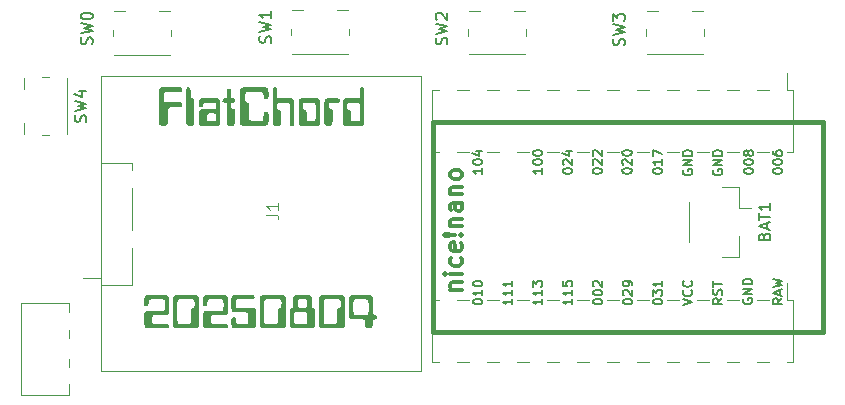
<source format=gbr>
%TF.GenerationSoftware,KiCad,Pcbnew,9.0.0*%
%TF.CreationDate,2025-08-04T08:15:32-07:00*%
%TF.ProjectId,flatchord,666c6174-6368-46f7-9264-2e6b69636164,rev?*%
%TF.SameCoordinates,Original*%
%TF.FileFunction,Legend,Top*%
%TF.FilePolarity,Positive*%
%FSLAX46Y46*%
G04 Gerber Fmt 4.6, Leading zero omitted, Abs format (unit mm)*
G04 Created by KiCad (PCBNEW 9.0.0) date 2025-08-04 08:15:32*
%MOMM*%
%LPD*%
G01*
G04 APERTURE LIST*
%ADD10C,0.300000*%
%ADD11C,0.150000*%
%ADD12C,0.100000*%
%ADD13C,0.120000*%
%ADD14C,0.381000*%
%ADD15C,0.050000*%
G04 APERTURE END LIST*
D10*
G36*
X180561383Y-91614651D02*
G01*
X180555150Y-91737065D01*
X180539951Y-91813037D01*
X180510784Y-91875270D01*
X180466861Y-91924045D01*
X180415584Y-91955784D01*
X180353471Y-91975336D01*
X180140064Y-91987976D01*
X179489401Y-91987976D01*
X179293946Y-91998417D01*
X179231185Y-92017927D01*
X179189532Y-92052090D01*
X179162942Y-92102291D01*
X179146851Y-92181782D01*
X179138607Y-92421202D01*
X179152896Y-92591744D01*
X179174978Y-92642432D01*
X179212063Y-92681137D01*
X179248333Y-92705867D01*
X179303654Y-92718140D01*
X179395245Y-92724551D01*
X179539776Y-92726566D01*
X180219748Y-92726566D01*
X180386078Y-92728764D01*
X180465029Y-92743602D01*
X180508406Y-92764301D01*
X180545446Y-92802220D01*
X180569605Y-92851605D01*
X180578053Y-92912496D01*
X180561483Y-92999864D01*
X180517236Y-93050982D01*
X180443882Y-93078196D01*
X180303646Y-93090000D01*
X178859804Y-93090000D01*
X178660868Y-93074979D01*
X178590811Y-93051498D01*
X178540884Y-93014528D01*
X178505734Y-92962239D01*
X178482632Y-92887766D01*
X178467794Y-92675458D01*
X178467794Y-92034870D01*
X178478419Y-91837583D01*
X178495294Y-91778649D01*
X178523482Y-91728040D01*
X178576700Y-91676849D01*
X178639436Y-91645975D01*
X178717365Y-91630904D01*
X178851561Y-91624542D01*
X179816748Y-91624542D01*
X179938564Y-91624542D01*
X180077049Y-91610437D01*
X180122998Y-91589821D01*
X180156367Y-91558047D01*
X180178412Y-91513868D01*
X180192821Y-91443558D01*
X180201247Y-91242608D01*
X180201247Y-91013264D01*
X180190989Y-90810664D01*
X180173064Y-90743122D01*
X180144094Y-90698557D01*
X180101233Y-90668213D01*
X180037482Y-90650013D01*
X179846240Y-90639755D01*
X179170481Y-90639755D01*
X179001953Y-90650013D01*
X178942529Y-90665484D01*
X178901386Y-90688299D01*
X178870655Y-90720686D01*
X178850645Y-90762854D01*
X178836357Y-90887418D01*
X178832144Y-90978642D01*
X178817491Y-91113340D01*
X178790928Y-91181791D01*
X178741949Y-91222126D01*
X178654274Y-91237662D01*
X178555962Y-91220501D01*
X178504797Y-91177028D01*
X178479415Y-91101133D01*
X178467794Y-90938892D01*
X178467794Y-90683719D01*
X178482815Y-90472876D01*
X178506941Y-90399712D01*
X178545280Y-90349228D01*
X178599859Y-90314306D01*
X178679736Y-90291160D01*
X178910179Y-90276322D01*
X180106359Y-90276322D01*
X180332405Y-90289145D01*
X180405689Y-90308095D01*
X180458251Y-90335856D01*
X180509542Y-90380919D01*
X180542149Y-90443018D01*
X180557170Y-90538456D01*
X180561383Y-90683169D01*
X180561383Y-91614651D01*
G37*
G36*
X182879553Y-90291343D02*
G01*
X182953601Y-90314801D01*
X183005765Y-90351610D01*
X183042467Y-90404067D01*
X183066032Y-90480020D01*
X183080870Y-90693794D01*
X183080870Y-92706050D01*
X183065849Y-92898941D01*
X183042613Y-92967257D01*
X183005582Y-93016910D01*
X182953913Y-93052158D01*
X182881568Y-93075162D01*
X182676404Y-93090000D01*
X181329099Y-93090000D01*
X181109098Y-93075162D01*
X181031755Y-93050431D01*
X180978489Y-93010498D01*
X180941814Y-92954164D01*
X180918405Y-92875860D01*
X180903567Y-92651461D01*
X180903567Y-91029200D01*
X181267733Y-91029200D01*
X181267733Y-92316055D01*
X181275976Y-92542102D01*
X181290137Y-92619068D01*
X181310598Y-92665750D01*
X181343532Y-92697898D01*
X181394129Y-92716308D01*
X181551482Y-92726566D01*
X181992219Y-92726566D01*
X182227974Y-92718323D01*
X182305627Y-92702464D01*
X182351256Y-92677657D01*
X182381665Y-92638383D01*
X182399982Y-92577273D01*
X182410240Y-92387496D01*
X182410240Y-91815601D01*
X182414453Y-91672719D01*
X182418667Y-91543393D01*
X182440465Y-91461693D01*
X182490108Y-91407288D01*
X182577669Y-91364424D01*
X182656786Y-91322328D01*
X182692341Y-91284923D01*
X182709149Y-91232632D01*
X182716704Y-91125921D01*
X182720917Y-90953546D01*
X182708461Y-90795460D01*
X182689864Y-90738820D01*
X182661749Y-90699106D01*
X182621772Y-90671050D01*
X182563381Y-90652212D01*
X182399433Y-90639755D01*
X181627137Y-90639755D01*
X181425270Y-90650197D01*
X181360138Y-90668624D01*
X181318658Y-90698923D01*
X181292015Y-90743922D01*
X181275976Y-90814145D01*
X181267733Y-91029200D01*
X180903567Y-91029200D01*
X180903567Y-90693794D01*
X180918405Y-90471594D01*
X180941047Y-90406698D01*
X180976474Y-90357838D01*
X181029383Y-90318408D01*
X181096275Y-90293358D01*
X181179247Y-90281410D01*
X181324886Y-90276322D01*
X182667978Y-90276322D01*
X182879553Y-90291343D01*
G37*
G36*
X185529282Y-91614651D02*
G01*
X185523049Y-91737065D01*
X185507850Y-91813037D01*
X185478683Y-91875270D01*
X185434760Y-91924045D01*
X185383484Y-91955784D01*
X185321371Y-91975336D01*
X185107964Y-91987976D01*
X184457301Y-91987976D01*
X184261845Y-91998417D01*
X184199084Y-92017927D01*
X184157431Y-92052090D01*
X184130841Y-92102291D01*
X184114750Y-92181782D01*
X184106507Y-92421202D01*
X184120795Y-92591744D01*
X184142878Y-92642432D01*
X184179963Y-92681137D01*
X184216233Y-92705867D01*
X184271554Y-92718140D01*
X184363145Y-92724551D01*
X184507676Y-92726566D01*
X185187648Y-92726566D01*
X185353977Y-92728764D01*
X185432929Y-92743602D01*
X185476305Y-92764301D01*
X185513346Y-92802220D01*
X185537504Y-92851605D01*
X185545952Y-92912496D01*
X185529383Y-92999864D01*
X185485136Y-93050982D01*
X185411782Y-93078196D01*
X185271545Y-93090000D01*
X183827704Y-93090000D01*
X183628768Y-93074979D01*
X183558711Y-93051498D01*
X183508784Y-93014528D01*
X183473633Y-92962239D01*
X183450532Y-92887766D01*
X183435694Y-92675458D01*
X183435694Y-92034870D01*
X183446318Y-91837583D01*
X183463194Y-91778649D01*
X183491381Y-91728040D01*
X183544599Y-91676849D01*
X183607336Y-91645975D01*
X183685264Y-91630904D01*
X183819460Y-91624542D01*
X184784647Y-91624542D01*
X184906463Y-91624542D01*
X185044949Y-91610437D01*
X185090897Y-91589821D01*
X185124267Y-91558047D01*
X185146311Y-91513868D01*
X185160720Y-91443558D01*
X185169146Y-91242608D01*
X185169146Y-91013264D01*
X185158888Y-90810664D01*
X185140964Y-90743122D01*
X185111994Y-90698557D01*
X185069132Y-90668213D01*
X185005382Y-90650013D01*
X184814139Y-90639755D01*
X184138381Y-90639755D01*
X183969853Y-90650013D01*
X183910429Y-90665484D01*
X183869286Y-90688299D01*
X183838555Y-90720686D01*
X183818545Y-90762854D01*
X183804256Y-90887418D01*
X183800043Y-90978642D01*
X183785390Y-91113340D01*
X183758827Y-91181791D01*
X183709849Y-91222126D01*
X183622173Y-91237662D01*
X183523861Y-91220501D01*
X183472697Y-91177028D01*
X183447314Y-91101133D01*
X183435694Y-90938892D01*
X183435694Y-90683719D01*
X183450715Y-90472876D01*
X183474840Y-90399712D01*
X183513180Y-90349228D01*
X183567758Y-90314306D01*
X183647636Y-90291160D01*
X183878079Y-90276322D01*
X185074258Y-90276322D01*
X185300305Y-90289145D01*
X185373589Y-90308095D01*
X185426151Y-90335856D01*
X185477442Y-90380919D01*
X185510048Y-90443018D01*
X185525069Y-90538456D01*
X185529282Y-90683169D01*
X185529282Y-91614651D01*
G37*
G36*
X187935563Y-92636074D02*
G01*
X187920542Y-92872196D01*
X187896905Y-92953988D01*
X187860275Y-93010865D01*
X187807749Y-93050819D01*
X187734063Y-93075162D01*
X187518274Y-93090000D01*
X186280146Y-93090000D01*
X186053916Y-93075162D01*
X185974181Y-93051607D01*
X185919277Y-93015261D01*
X185880838Y-92962967D01*
X185856812Y-92889415D01*
X185841974Y-92674176D01*
X185841974Y-92435673D01*
X185848386Y-92271175D01*
X185881175Y-92193689D01*
X185942234Y-92145288D01*
X186024241Y-92128660D01*
X186112491Y-92144152D01*
X186164924Y-92185080D01*
X186194044Y-92252782D01*
X186206324Y-92377055D01*
X186216582Y-92561702D01*
X186232974Y-92624124D01*
X186257248Y-92665750D01*
X186293066Y-92695332D01*
X186344993Y-92714293D01*
X186498499Y-92726566D01*
X186913956Y-92726566D01*
X187101352Y-92716308D01*
X187165461Y-92699017D01*
X187207780Y-92671795D01*
X187236820Y-92631351D01*
X187254492Y-92571594D01*
X187264933Y-92397388D01*
X187264933Y-92096053D01*
X187254492Y-91900964D01*
X187235803Y-91837613D01*
X187203750Y-91794719D01*
X187156079Y-91766596D01*
X187080286Y-91750022D01*
X186855155Y-91741779D01*
X186263476Y-91741779D01*
X186047688Y-91726941D01*
X185973242Y-91703901D01*
X185919460Y-91668506D01*
X185881029Y-91617921D01*
X185856995Y-91545957D01*
X185841974Y-91339877D01*
X185841974Y-90623452D01*
X185859010Y-90455108D01*
X185883688Y-90394157D01*
X185921475Y-90347397D01*
X185972830Y-90313639D01*
X186043475Y-90291343D01*
X186233984Y-90276322D01*
X187501605Y-90276322D01*
X187660755Y-90288819D01*
X187740291Y-90316988D01*
X187787873Y-90370165D01*
X187805504Y-90460054D01*
X187790009Y-90547101D01*
X187748900Y-90599089D01*
X187680432Y-90627589D01*
X187551980Y-90639755D01*
X186540448Y-90639755D01*
X186353236Y-90652395D01*
X186293588Y-90670424D01*
X186259446Y-90693428D01*
X186236539Y-90733446D01*
X186216582Y-90808100D01*
X186202110Y-91034696D01*
X186214384Y-91216229D01*
X186234242Y-91277035D01*
X186265308Y-91318262D01*
X186309630Y-91346548D01*
X186374118Y-91365706D01*
X186565544Y-91378346D01*
X187497391Y-91378346D01*
X187721423Y-91393183D01*
X187799697Y-91416601D01*
X187855879Y-91453267D01*
X187896133Y-91505501D01*
X187920542Y-91577281D01*
X187935563Y-91786109D01*
X187935563Y-92636074D01*
G37*
G36*
X190239078Y-90291343D02*
G01*
X190313126Y-90314801D01*
X190365291Y-90351610D01*
X190401992Y-90404067D01*
X190425558Y-90480020D01*
X190440396Y-90693794D01*
X190440396Y-92706050D01*
X190425375Y-92898941D01*
X190402139Y-92967257D01*
X190365108Y-93016910D01*
X190313438Y-93052158D01*
X190241093Y-93075162D01*
X190035929Y-93090000D01*
X188688625Y-93090000D01*
X188468623Y-93075162D01*
X188391281Y-93050431D01*
X188338014Y-93010498D01*
X188301340Y-92954164D01*
X188277930Y-92875860D01*
X188263093Y-92651461D01*
X188263093Y-91029200D01*
X188627259Y-91029200D01*
X188627259Y-92316055D01*
X188635502Y-92542102D01*
X188649663Y-92619068D01*
X188670123Y-92665750D01*
X188703057Y-92697898D01*
X188753654Y-92716308D01*
X188911008Y-92726566D01*
X189351744Y-92726566D01*
X189587500Y-92718323D01*
X189665152Y-92702464D01*
X189710781Y-92677657D01*
X189741191Y-92638383D01*
X189759508Y-92577273D01*
X189769766Y-92387496D01*
X189769766Y-91815601D01*
X189773979Y-91672719D01*
X189778192Y-91543393D01*
X189799991Y-91461693D01*
X189849633Y-91407288D01*
X189937194Y-91364424D01*
X190016312Y-91322328D01*
X190051866Y-91284923D01*
X190068675Y-91232632D01*
X190076229Y-91125921D01*
X190080443Y-90953546D01*
X190067986Y-90795460D01*
X190049389Y-90738820D01*
X190021275Y-90699106D01*
X189981297Y-90671050D01*
X189922906Y-90652212D01*
X189758958Y-90639755D01*
X188986662Y-90639755D01*
X188784795Y-90650197D01*
X188719664Y-90668624D01*
X188678183Y-90698923D01*
X188651540Y-90743922D01*
X188635502Y-90814145D01*
X188627259Y-91029200D01*
X188263093Y-91029200D01*
X188263093Y-90693794D01*
X188277930Y-90471594D01*
X188300572Y-90406698D01*
X188335999Y-90357838D01*
X188388909Y-90318408D01*
X188455800Y-90293358D01*
X188538772Y-90281410D01*
X188684412Y-90276322D01*
X190027503Y-90276322D01*
X190239078Y-90291343D01*
G37*
G36*
X192446240Y-90293358D02*
G01*
X192514408Y-90318291D01*
X192563843Y-90355823D01*
X192599444Y-90407898D01*
X192624110Y-90482219D01*
X192641146Y-90685551D01*
X192641146Y-91025720D01*
X192645359Y-91161641D01*
X192661662Y-91246271D01*
X192694269Y-91301226D01*
X192747391Y-91344091D01*
X192801796Y-91373400D01*
X192876535Y-91427072D01*
X192921781Y-91500345D01*
X192943396Y-91617398D01*
X192947609Y-91802962D01*
X192947609Y-92747998D01*
X192936747Y-92879712D01*
X192909289Y-92965566D01*
X192870123Y-93019108D01*
X192813199Y-93054432D01*
X192720358Y-93079839D01*
X192576482Y-93090000D01*
X191174773Y-93090000D01*
X190971624Y-93072964D01*
X190897445Y-93048348D01*
X190845411Y-93012880D01*
X190807880Y-92963269D01*
X190782946Y-92894911D01*
X190765910Y-92701837D01*
X190765910Y-92043480D01*
X191134473Y-92043480D01*
X191134473Y-92434207D01*
X191150968Y-92598382D01*
X191187229Y-92671612D01*
X191257571Y-92709673D01*
X191409795Y-92726566D01*
X191879841Y-92726566D01*
X192094530Y-92718323D01*
X192165030Y-92702323D01*
X192211584Y-92675458D01*
X192243767Y-92634638D01*
X192262325Y-92575258D01*
X192272766Y-92387862D01*
X192272766Y-92043480D01*
X192262325Y-91877334D01*
X192245188Y-91821108D01*
X192217629Y-91783178D01*
X192177958Y-91757182D01*
X192119443Y-91740497D01*
X191951099Y-91730055D01*
X191422252Y-91730055D01*
X191275157Y-91742512D01*
X191224921Y-91760955D01*
X191189427Y-91789223D01*
X191164548Y-91828387D01*
X191146746Y-91885394D01*
X191134473Y-92043480D01*
X190765910Y-92043480D01*
X190765910Y-91689389D01*
X190776028Y-91559614D01*
X190800165Y-91485141D01*
X190846609Y-91425593D01*
X190932606Y-91361127D01*
X191011191Y-91311301D01*
X191051674Y-91258545D01*
X191068161Y-91172083D01*
X191072374Y-91029933D01*
X191072374Y-91003189D01*
X191436540Y-91003189D01*
X191444783Y-91196995D01*
X191459775Y-91263438D01*
X191483435Y-91305806D01*
X191518775Y-91335640D01*
X191566966Y-91354349D01*
X191716076Y-91366622D01*
X191997260Y-91366622D01*
X192144356Y-91354349D01*
X192194020Y-91335418D01*
X192227887Y-91305806D01*
X192249984Y-91263636D01*
X192264340Y-91196995D01*
X192272766Y-91003189D01*
X192264340Y-90809565D01*
X192249969Y-90742791D01*
X192227887Y-90700755D01*
X192194003Y-90670998D01*
X192144356Y-90652028D01*
X191997260Y-90639755D01*
X191716076Y-90639755D01*
X191566966Y-90652028D01*
X191518791Y-90670776D01*
X191483435Y-90700755D01*
X191459790Y-90742990D01*
X191444783Y-90809565D01*
X191436540Y-91003189D01*
X191072374Y-91003189D01*
X191072374Y-90689581D01*
X191087212Y-90482219D01*
X191109163Y-90407691D01*
X191140884Y-90356006D01*
X191186314Y-90318305D01*
X191250244Y-90293358D01*
X191430678Y-90276322D01*
X192257562Y-90276322D01*
X192446240Y-90293358D01*
G37*
G36*
X195248011Y-90291343D02*
G01*
X195322058Y-90314801D01*
X195374223Y-90351610D01*
X195410925Y-90404067D01*
X195434490Y-90480020D01*
X195449328Y-90693794D01*
X195449328Y-92706050D01*
X195434307Y-92898941D01*
X195411071Y-92967257D01*
X195374040Y-93016910D01*
X195322370Y-93052158D01*
X195250026Y-93075162D01*
X195044862Y-93090000D01*
X193697557Y-93090000D01*
X193477555Y-93075162D01*
X193400213Y-93050431D01*
X193346946Y-93010498D01*
X193310272Y-92954164D01*
X193286863Y-92875860D01*
X193272025Y-92651461D01*
X193272025Y-91029200D01*
X193636191Y-91029200D01*
X193636191Y-92316055D01*
X193644434Y-92542102D01*
X193658595Y-92619068D01*
X193679056Y-92665750D01*
X193711990Y-92697898D01*
X193762587Y-92716308D01*
X193919940Y-92726566D01*
X194360676Y-92726566D01*
X194596432Y-92718323D01*
X194674085Y-92702464D01*
X194719713Y-92677657D01*
X194750123Y-92638383D01*
X194768440Y-92577273D01*
X194778698Y-92387496D01*
X194778698Y-91815601D01*
X194782911Y-91672719D01*
X194787124Y-91543393D01*
X194808923Y-91461693D01*
X194858565Y-91407288D01*
X194946127Y-91364424D01*
X195025244Y-91322328D01*
X195060799Y-91284923D01*
X195077607Y-91232632D01*
X195085162Y-91125921D01*
X195089375Y-90953546D01*
X195076919Y-90795460D01*
X195058321Y-90738820D01*
X195030207Y-90699106D01*
X194990230Y-90671050D01*
X194931838Y-90652212D01*
X194767890Y-90639755D01*
X193995594Y-90639755D01*
X193793728Y-90650197D01*
X193728596Y-90668624D01*
X193687116Y-90698923D01*
X193660473Y-90743922D01*
X193644434Y-90814145D01*
X193636191Y-91029200D01*
X193272025Y-91029200D01*
X193272025Y-90693794D01*
X193286863Y-90471594D01*
X193309505Y-90406698D01*
X193344931Y-90357838D01*
X193397841Y-90318408D01*
X193464733Y-90293358D01*
X193547704Y-90281410D01*
X193693344Y-90276322D01*
X195036435Y-90276322D01*
X195248011Y-90291343D01*
G37*
G36*
X197599520Y-90289145D02*
G01*
X197670234Y-90308310D01*
X197719321Y-90336406D01*
X197766045Y-90389640D01*
X197794426Y-90454375D01*
X197808011Y-90535557D01*
X197813843Y-90680788D01*
X197813843Y-91595783D01*
X197817873Y-91771454D01*
X197838206Y-91876418D01*
X197880704Y-91931006D01*
X197956359Y-91959399D01*
X198056195Y-91994853D01*
X198106202Y-92028459D01*
X198134408Y-92075757D01*
X198145403Y-92153939D01*
X198134899Y-92232492D01*
X198108217Y-92279602D01*
X198062229Y-92311325D01*
X197980905Y-92336205D01*
X197894809Y-92360751D01*
X197844251Y-92407280D01*
X197819888Y-92485315D01*
X197813843Y-92608230D01*
X197813843Y-92713560D01*
X197803878Y-92861004D01*
X197779095Y-92955285D01*
X197744966Y-93012330D01*
X197692880Y-93051803D01*
X197610314Y-93079214D01*
X197484665Y-93090000D01*
X197358982Y-93079401D01*
X197273899Y-93052146D01*
X197218135Y-93012513D01*
X197179886Y-92955457D01*
X197153373Y-92868105D01*
X197143030Y-92738839D01*
X197143030Y-92608414D01*
X197130757Y-92467363D01*
X197111989Y-92418875D01*
X197082030Y-92383466D01*
X197040865Y-92358307D01*
X196981646Y-92340418D01*
X196813119Y-92327962D01*
X196187918Y-92327962D01*
X195995027Y-92313124D01*
X195936923Y-92291126D01*
X195885851Y-92255055D01*
X195846576Y-92205587D01*
X195821188Y-92139284D01*
X195809348Y-92054243D01*
X195804152Y-91894003D01*
X195804152Y-91057044D01*
X196168501Y-91057044D01*
X196168501Y-91563909D01*
X196176744Y-91785010D01*
X196205504Y-91883745D01*
X196240288Y-91923832D01*
X196288852Y-91948225D01*
X196356818Y-91959362D01*
X196502625Y-91964528D01*
X197081847Y-91964528D01*
X197285912Y-91956285D01*
X197353481Y-91939913D01*
X197396554Y-91911772D01*
X197424789Y-91868977D01*
X197441067Y-91803328D01*
X197449494Y-91597431D01*
X197449494Y-91023522D01*
X197439052Y-90813595D01*
X197420618Y-90744093D01*
X197390326Y-90698740D01*
X197344949Y-90668456D01*
X197275287Y-90650013D01*
X197069207Y-90639755D01*
X196489986Y-90639755D01*
X196313581Y-90652028D01*
X196256279Y-90672124D01*
X196217411Y-90704785D01*
X196192498Y-90752246D01*
X196176744Y-90830081D01*
X196168501Y-91057044D01*
X195804152Y-91057044D01*
X195804152Y-90743803D01*
X195809381Y-90564510D01*
X195821188Y-90471411D01*
X195846961Y-90399615D01*
X195886034Y-90349228D01*
X195941848Y-90313319D01*
X196007850Y-90291160D01*
X196238293Y-90276322D01*
X197350392Y-90276322D01*
X197599520Y-90289145D01*
G37*
G36*
X180457654Y-75566471D02*
G01*
X180446479Y-75715352D01*
X180417978Y-75815407D01*
X180377298Y-75880201D01*
X180317163Y-75925580D01*
X180225081Y-75956618D01*
X180088572Y-75968678D01*
X179934701Y-75956704D01*
X179832716Y-75926303D01*
X179767790Y-75882979D01*
X179723534Y-75819123D01*
X179692447Y-75717687D01*
X179680168Y-75563266D01*
X179680168Y-73097451D01*
X179700043Y-72893569D01*
X179728707Y-72819851D01*
X179772705Y-72762991D01*
X179832293Y-72720924D01*
X179912473Y-72692466D01*
X180132597Y-72672377D01*
X181400767Y-72672377D01*
X181540087Y-72689345D01*
X181625492Y-72732388D01*
X181674228Y-72797499D01*
X181691630Y-72891646D01*
X181673763Y-72988932D01*
X181625593Y-73048938D01*
X181547409Y-73082519D01*
X181410598Y-73096382D01*
X180445900Y-73096382D01*
X180267236Y-73113266D01*
X180207244Y-73138504D01*
X180164868Y-73178020D01*
X180136582Y-73232494D01*
X180117210Y-73316079D01*
X180105028Y-73554368D01*
X180116996Y-73772782D01*
X180137349Y-73845763D01*
X180169142Y-73893316D01*
X180216148Y-73925577D01*
X180286256Y-73945889D01*
X180499755Y-73958071D01*
X181386021Y-73958071D01*
X181540884Y-73972371D01*
X181625593Y-74006156D01*
X181677301Y-74067693D01*
X181696545Y-74170074D01*
X181677838Y-74272740D01*
X181627943Y-74334205D01*
X181546580Y-74367956D01*
X181400767Y-74382077D01*
X180822889Y-74382077D01*
X180624350Y-74394258D01*
X180559628Y-74416028D01*
X180514715Y-74454098D01*
X180485336Y-74508627D01*
X180467271Y-74591942D01*
X180457654Y-74834933D01*
X180457654Y-75566471D01*
G37*
G36*
X182706337Y-75530995D02*
G01*
X182693941Y-75741288D01*
X182674149Y-75817423D01*
X182643505Y-75871653D01*
X182599449Y-75911726D01*
X182540282Y-75937476D01*
X182371449Y-75955001D01*
X182229266Y-75946655D01*
X182150471Y-75927218D01*
X182090855Y-75887626D01*
X182042118Y-75818652D01*
X182016900Y-75720985D01*
X182011985Y-75530995D01*
X182011985Y-72964949D01*
X182024425Y-72805543D01*
X182052590Y-72724950D01*
X182106690Y-72676734D01*
X182200052Y-72658699D01*
X182289118Y-72676513D01*
X182342384Y-72724950D01*
X182370705Y-72805536D01*
X182383203Y-72964735D01*
X182383203Y-73396648D01*
X182391913Y-73502022D01*
X182411200Y-73552017D01*
X182450954Y-73584529D01*
X182539641Y-73615704D01*
X182631970Y-73654641D01*
X182675776Y-73697128D01*
X182696729Y-73760789D01*
X182706337Y-73897163D01*
X182706337Y-75530995D01*
G37*
G36*
X184712028Y-73642418D02*
G01*
X184780079Y-73663442D01*
X184827433Y-73698197D01*
X184860190Y-73747780D01*
X184880648Y-73818730D01*
X184893043Y-74024322D01*
X184893043Y-75570318D01*
X184878083Y-75768643D01*
X184855937Y-75837443D01*
X184822518Y-75886826D01*
X184775186Y-75921463D01*
X184707113Y-75942605D01*
X184509215Y-75955001D01*
X183466298Y-75955001D01*
X183270751Y-75940041D01*
X183200344Y-75917492D01*
X183152782Y-75884262D01*
X183119728Y-75836693D01*
X183097217Y-75766079D01*
X183082257Y-75569891D01*
X183082257Y-75171317D01*
X183771693Y-75171317D01*
X183771693Y-75329891D01*
X183778746Y-75469232D01*
X183791772Y-75514995D01*
X183813581Y-75545527D01*
X183891372Y-75578439D01*
X184029431Y-75585705D01*
X184269216Y-75585705D01*
X184401932Y-75576088D01*
X184477372Y-75540612D01*
X184512421Y-75466667D01*
X184522038Y-75334807D01*
X184522038Y-75186277D01*
X184514772Y-75039242D01*
X184502373Y-74990492D01*
X184482288Y-74958032D01*
X184452123Y-74935889D01*
X184406847Y-74922769D01*
X184269216Y-74915503D01*
X184024515Y-74915503D01*
X183877690Y-74929856D01*
X183816146Y-74960596D01*
X183785883Y-75022639D01*
X183771693Y-75171317D01*
X183082257Y-75171317D01*
X183082257Y-74941148D01*
X183094652Y-74735343D01*
X183115794Y-74664567D01*
X183150431Y-74614596D01*
X183200051Y-74579707D01*
X183268401Y-74558817D01*
X183466298Y-74546208D01*
X184269216Y-74546208D01*
X184401932Y-74536591D01*
X184477372Y-74501542D01*
X184512421Y-74425674D01*
X184522038Y-74292317D01*
X184522038Y-74248079D01*
X184514772Y-74114722D01*
X184502377Y-74068827D01*
X184482288Y-74038854D01*
X184452547Y-74018755D01*
X184407061Y-74006370D01*
X184269216Y-73999104D01*
X183681721Y-73999104D01*
X183570847Y-74006480D01*
X183516734Y-74022826D01*
X183483215Y-74057431D01*
X183463306Y-74127759D01*
X183453476Y-74197856D01*
X183419953Y-74295591D01*
X183361026Y-74349323D01*
X183270324Y-74368399D01*
X183176643Y-74351428D01*
X183123076Y-74306850D01*
X183094677Y-74231886D01*
X183082257Y-74085444D01*
X183082257Y-74026245D01*
X183094652Y-73819799D01*
X183115805Y-73748616D01*
X183150431Y-73698410D01*
X183200069Y-73663355D01*
X183268401Y-73642418D01*
X183466298Y-73629809D01*
X184514131Y-73629809D01*
X184712028Y-73642418D01*
G37*
G36*
X185437155Y-73106640D02*
G01*
X185449518Y-72946908D01*
X185477760Y-72864290D01*
X185532131Y-72814074D01*
X185625222Y-72795475D01*
X185718496Y-72813612D01*
X185772470Y-72862153D01*
X185800787Y-72943231D01*
X185813289Y-73103435D01*
X185813289Y-73453923D01*
X185820104Y-73558865D01*
X185833592Y-73597752D01*
X185864432Y-73617226D01*
X185943867Y-73629809D01*
X186054112Y-73645843D01*
X186122302Y-73682317D01*
X186161508Y-73736597D01*
X186175532Y-73814456D01*
X186162139Y-73893726D01*
X186125310Y-73947954D01*
X186062709Y-73983615D01*
X185963315Y-73999104D01*
X185869826Y-74011875D01*
X185833378Y-74031374D01*
X185816654Y-74070470D01*
X185808374Y-74174134D01*
X185808374Y-74277357D01*
X185817080Y-74382952D01*
X185836370Y-74433154D01*
X185876127Y-74465624D01*
X185964811Y-74496626D01*
X186057140Y-74535563D01*
X186100946Y-74578051D01*
X186121903Y-74641921D01*
X186131507Y-74778513D01*
X186131507Y-75530354D01*
X186119112Y-75740861D01*
X186099310Y-75817182D01*
X186068675Y-75871439D01*
X186024601Y-75911683D01*
X185965452Y-75937476D01*
X185796619Y-75955001D01*
X185654107Y-75946717D01*
X185573076Y-75927218D01*
X185512421Y-75887207D01*
X185467288Y-75818438D01*
X185442070Y-75720772D01*
X185437155Y-75530354D01*
X185437155Y-74203840D01*
X185432453Y-74120279D01*
X185426158Y-74060745D01*
X185412151Y-74033725D01*
X185330726Y-74004019D01*
X185267467Y-73999104D01*
X185155909Y-73969770D01*
X185096059Y-73910982D01*
X185074912Y-73816807D01*
X185088603Y-73733912D01*
X185125821Y-73678535D01*
X185188412Y-73643345D01*
X185287342Y-73629809D01*
X185370263Y-73622970D01*
X185414074Y-73590913D01*
X185432453Y-73515259D01*
X185437155Y-73376559D01*
X185437155Y-73106640D01*
G37*
G36*
X188985637Y-75572241D02*
G01*
X188969814Y-75723920D01*
X188928335Y-75828275D01*
X188865531Y-75898367D01*
X188806205Y-75932043D01*
X188735594Y-75953718D01*
X188484268Y-75968678D01*
X187049616Y-75968678D01*
X186795512Y-75951367D01*
X186706626Y-75923799D01*
X186643135Y-75880629D01*
X186598232Y-75819498D01*
X186570472Y-75735090D01*
X186553162Y-75489321D01*
X186553162Y-73122241D01*
X186573037Y-72901049D01*
X186601524Y-72820831D01*
X186643135Y-72762991D01*
X186701098Y-72721156D01*
X186782903Y-72692466D01*
X187005591Y-72672377D01*
X188518675Y-72672377D01*
X188760598Y-72692466D01*
X188846800Y-72722382D01*
X188907846Y-72767906D01*
X188950090Y-72831787D01*
X188975593Y-72923061D01*
X188990553Y-73185287D01*
X188985637Y-73411394D01*
X188970999Y-73548834D01*
X188934987Y-73629595D01*
X188872752Y-73680018D01*
X188778122Y-73698197D01*
X188675395Y-73680474D01*
X188616342Y-73634297D01*
X188583207Y-73557382D01*
X188565692Y-73415241D01*
X188546244Y-73244912D01*
X188523792Y-73188787D01*
X188487260Y-73149169D01*
X188435879Y-73123070D01*
X188355399Y-73106213D01*
X188122025Y-73096382D01*
X187367834Y-73096382D01*
X187157113Y-73110915D01*
X187085592Y-73134597D01*
X187037434Y-73172891D01*
X187005608Y-73227770D01*
X186985288Y-73310522D01*
X186973320Y-73552445D01*
X186978022Y-73719140D01*
X186997042Y-73820654D01*
X187039571Y-73884981D01*
X187116080Y-73930288D01*
X187240034Y-73995043D01*
X187279239Y-74025129D01*
X187305430Y-74063645D01*
X187328083Y-74179263D01*
X187330648Y-74384641D01*
X187330648Y-75000133D01*
X187332998Y-75159990D01*
X187340478Y-75299972D01*
X187354782Y-75390878D01*
X187387019Y-75453119D01*
X187435794Y-75494450D01*
X187547965Y-75528936D01*
X187784146Y-75544673D01*
X188122025Y-75544673D01*
X188367367Y-75532705D01*
X188447516Y-75509805D01*
X188498800Y-75470728D01*
X188531619Y-75412415D01*
X188550946Y-75320916D01*
X188560777Y-75043944D01*
X188574848Y-74901684D01*
X188608862Y-74820401D01*
X188670400Y-74770185D01*
X188773207Y-74751372D01*
X188876014Y-74770185D01*
X188937552Y-74820401D01*
X188971445Y-74902298D01*
X188985637Y-75049287D01*
X188985637Y-75572241D01*
G37*
G36*
X191147125Y-75643835D02*
G01*
X191134769Y-75803597D01*
X191106520Y-75886399D01*
X191052314Y-75936431D01*
X190959058Y-75955001D01*
X190866037Y-75936902D01*
X190814161Y-75888963D01*
X190787809Y-75808600D01*
X190776120Y-75649178D01*
X190776120Y-74252139D01*
X190761877Y-74105107D01*
X190731454Y-74043770D01*
X190670141Y-74013343D01*
X190523299Y-73999104D01*
X189965081Y-73999104D01*
X189818239Y-74013343D01*
X189756926Y-74043770D01*
X189726655Y-74105081D01*
X189712473Y-74252139D01*
X189712473Y-74389343D01*
X189721180Y-74494528D01*
X189740470Y-74544498D01*
X189780224Y-74577010D01*
X189868911Y-74608184D01*
X189961267Y-74647076D01*
X190005046Y-74689395D01*
X190025999Y-74753056D01*
X190035607Y-74889430D01*
X190035607Y-75531422D01*
X190023211Y-75741502D01*
X190003409Y-75817603D01*
X189972775Y-75871653D01*
X189928719Y-75911726D01*
X189869552Y-75937476D01*
X189700719Y-75955001D01*
X189554211Y-75946596D01*
X189474825Y-75927218D01*
X189415210Y-75887626D01*
X189366473Y-75818652D01*
X189341255Y-75720985D01*
X189336339Y-75530995D01*
X189336339Y-72964949D01*
X189348779Y-72805543D01*
X189376945Y-72724950D01*
X189431045Y-72676734D01*
X189524406Y-72658699D01*
X189617262Y-72676827D01*
X189669303Y-72724950D01*
X189695806Y-72805329D01*
X189707558Y-72964735D01*
X189707558Y-73410967D01*
X189720960Y-73527782D01*
X189752010Y-73585356D01*
X189809948Y-73616279D01*
X189930887Y-73629809D01*
X190763298Y-73629809D01*
X190960982Y-73642418D01*
X191029479Y-73663328D01*
X191078951Y-73698197D01*
X191113696Y-73748013D01*
X191134730Y-73818730D01*
X191147125Y-74024322D01*
X191147125Y-75643835D01*
G37*
G36*
X193151962Y-73642418D02*
G01*
X193222234Y-73663567D01*
X193269931Y-73698197D01*
X193302688Y-73747780D01*
X193323146Y-73818730D01*
X193335541Y-74024322D01*
X193335541Y-75570318D01*
X193320581Y-75768643D01*
X193298435Y-75837443D01*
X193265016Y-75886826D01*
X193217685Y-75921463D01*
X193149611Y-75942605D01*
X192951714Y-75955001D01*
X191908797Y-75955001D01*
X191713250Y-75942605D01*
X191643103Y-75921358D01*
X191595280Y-75886826D01*
X191561979Y-75837466D01*
X191539715Y-75768643D01*
X191524755Y-75570318D01*
X191524755Y-74252353D01*
X191895974Y-74252353D01*
X191895974Y-74389984D01*
X191904684Y-74495358D01*
X191923970Y-74545353D01*
X191963725Y-74577865D01*
X192052411Y-74609039D01*
X192144741Y-74647976D01*
X192188546Y-74690464D01*
X192209499Y-74754125D01*
X192219107Y-74890499D01*
X192219107Y-75332456D01*
X192226160Y-75470301D01*
X192239175Y-75515655D01*
X192260995Y-75545955D01*
X192338786Y-75578653D01*
X192476631Y-75585705D01*
X192711714Y-75585705D01*
X192844430Y-75576088D01*
X192919870Y-75541039D01*
X192954919Y-75465385D01*
X192964536Y-75332456D01*
X192964536Y-74252353D01*
X192950968Y-74104847D01*
X192922221Y-74043770D01*
X192862897Y-74013435D01*
X192716630Y-73999104D01*
X192148582Y-73999104D01*
X192001739Y-74013343D01*
X191940426Y-74043770D01*
X191910160Y-74105105D01*
X191895974Y-74252353D01*
X191524755Y-74252353D01*
X191524755Y-74024322D01*
X191537151Y-73818730D01*
X191558302Y-73747991D01*
X191592930Y-73698197D01*
X191642549Y-73663308D01*
X191710899Y-73642418D01*
X191908797Y-73629809D01*
X192951714Y-73629809D01*
X193151962Y-73642418D01*
G37*
G36*
X194407523Y-75530354D02*
G01*
X194395128Y-75740861D01*
X194375326Y-75817182D01*
X194344692Y-75871439D01*
X194300617Y-75911683D01*
X194241468Y-75937476D01*
X194072636Y-75955001D01*
X193930453Y-75946655D01*
X193851657Y-75927218D01*
X193792041Y-75887626D01*
X193743305Y-75818652D01*
X193718087Y-75720985D01*
X193713171Y-75530995D01*
X193713171Y-74024322D01*
X193725566Y-73818730D01*
X193746718Y-73747991D01*
X193781345Y-73698197D01*
X193830965Y-73663308D01*
X193899315Y-73642418D01*
X194097213Y-73629809D01*
X194719116Y-73629809D01*
X194878282Y-73642162D01*
X194960825Y-73670414D01*
X195011115Y-73723692D01*
X195029426Y-73812105D01*
X195010518Y-73908527D01*
X194960611Y-73961277D01*
X194878308Y-73987560D01*
X194719116Y-73999104D01*
X194336998Y-73999104D01*
X194190155Y-74013343D01*
X194128842Y-74043770D01*
X194098571Y-74105309D01*
X194084390Y-74252781D01*
X194084390Y-74277357D01*
X194093096Y-74382952D01*
X194112386Y-74433154D01*
X194152143Y-74465624D01*
X194240827Y-74496626D01*
X194333157Y-74535563D01*
X194376962Y-74578051D01*
X194397919Y-74641921D01*
X194407523Y-74778513D01*
X194407523Y-75530354D01*
G37*
G36*
X196996005Y-72677076D02*
G01*
X197048582Y-72724950D01*
X197074931Y-72805338D01*
X197086623Y-72964949D01*
X197086623Y-75570318D01*
X197071663Y-75758812D01*
X197048810Y-75827556D01*
X197013533Y-75876995D01*
X196964722Y-75912818D01*
X196898342Y-75937476D01*
X196712626Y-75955001D01*
X195659878Y-75955001D01*
X195464331Y-75942605D01*
X195394184Y-75921358D01*
X195346362Y-75886826D01*
X195313061Y-75837466D01*
X195290797Y-75768643D01*
X195275837Y-75570318D01*
X195275837Y-74252353D01*
X195647056Y-74252353D01*
X195647056Y-74389984D01*
X195655765Y-74495358D01*
X195675052Y-74545353D01*
X195714806Y-74577865D01*
X195803493Y-74609039D01*
X195895822Y-74647976D01*
X195939628Y-74690464D01*
X195960581Y-74754125D01*
X195970189Y-74890499D01*
X195970189Y-75332456D01*
X195977241Y-75470301D01*
X195990256Y-75515655D01*
X196012076Y-75545955D01*
X196089868Y-75578653D01*
X196227712Y-75585705D01*
X196462796Y-75585705D01*
X196595512Y-75576088D01*
X196673517Y-75541039D01*
X196696149Y-75510729D01*
X196710916Y-75465385D01*
X196720533Y-75332456D01*
X196720533Y-74252353D01*
X196706286Y-74105132D01*
X196675867Y-74043770D01*
X196614554Y-74013343D01*
X196467711Y-73999104D01*
X195899664Y-73999104D01*
X195752821Y-74013343D01*
X195691508Y-74043770D01*
X195661242Y-74105105D01*
X195647056Y-74252353D01*
X195275837Y-74252353D01*
X195275837Y-74019406D01*
X195288232Y-73818730D01*
X195309384Y-73747991D01*
X195344011Y-73698197D01*
X195393630Y-73663308D01*
X195461980Y-73642418D01*
X195659878Y-73629809D01*
X196497204Y-73629809D01*
X196617374Y-73616194D01*
X196673303Y-73585356D01*
X196702789Y-73528033D01*
X196715618Y-73410967D01*
X196715618Y-72964735D01*
X196728054Y-72805518D01*
X196756223Y-72724950D01*
X196809490Y-72676513D01*
X196898556Y-72658699D01*
X196996005Y-72677076D01*
G37*
D11*
X230941009Y-85319285D02*
X230988628Y-85176428D01*
X230988628Y-85176428D02*
X231036247Y-85128809D01*
X231036247Y-85128809D02*
X231131485Y-85081190D01*
X231131485Y-85081190D02*
X231274342Y-85081190D01*
X231274342Y-85081190D02*
X231369580Y-85128809D01*
X231369580Y-85128809D02*
X231417200Y-85176428D01*
X231417200Y-85176428D02*
X231464819Y-85271666D01*
X231464819Y-85271666D02*
X231464819Y-85652618D01*
X231464819Y-85652618D02*
X230464819Y-85652618D01*
X230464819Y-85652618D02*
X230464819Y-85319285D01*
X230464819Y-85319285D02*
X230512438Y-85224047D01*
X230512438Y-85224047D02*
X230560057Y-85176428D01*
X230560057Y-85176428D02*
X230655295Y-85128809D01*
X230655295Y-85128809D02*
X230750533Y-85128809D01*
X230750533Y-85128809D02*
X230845771Y-85176428D01*
X230845771Y-85176428D02*
X230893390Y-85224047D01*
X230893390Y-85224047D02*
X230941009Y-85319285D01*
X230941009Y-85319285D02*
X230941009Y-85652618D01*
X231179104Y-84700237D02*
X231179104Y-84224047D01*
X231464819Y-84795475D02*
X230464819Y-84462142D01*
X230464819Y-84462142D02*
X231464819Y-84128809D01*
X230464819Y-83938332D02*
X230464819Y-83366904D01*
X231464819Y-83652618D02*
X230464819Y-83652618D01*
X231464819Y-82509761D02*
X231464819Y-83081189D01*
X231464819Y-82795475D02*
X230464819Y-82795475D01*
X230464819Y-82795475D02*
X230607676Y-82890713D01*
X230607676Y-82890713D02*
X230702914Y-82985951D01*
X230702914Y-82985951D02*
X230750533Y-83081189D01*
X219097200Y-69143332D02*
X219144819Y-69000475D01*
X219144819Y-69000475D02*
X219144819Y-68762380D01*
X219144819Y-68762380D02*
X219097200Y-68667142D01*
X219097200Y-68667142D02*
X219049580Y-68619523D01*
X219049580Y-68619523D02*
X218954342Y-68571904D01*
X218954342Y-68571904D02*
X218859104Y-68571904D01*
X218859104Y-68571904D02*
X218763866Y-68619523D01*
X218763866Y-68619523D02*
X218716247Y-68667142D01*
X218716247Y-68667142D02*
X218668628Y-68762380D01*
X218668628Y-68762380D02*
X218621009Y-68952856D01*
X218621009Y-68952856D02*
X218573390Y-69048094D01*
X218573390Y-69048094D02*
X218525771Y-69095713D01*
X218525771Y-69095713D02*
X218430533Y-69143332D01*
X218430533Y-69143332D02*
X218335295Y-69143332D01*
X218335295Y-69143332D02*
X218240057Y-69095713D01*
X218240057Y-69095713D02*
X218192438Y-69048094D01*
X218192438Y-69048094D02*
X218144819Y-68952856D01*
X218144819Y-68952856D02*
X218144819Y-68714761D01*
X218144819Y-68714761D02*
X218192438Y-68571904D01*
X218144819Y-68238570D02*
X219144819Y-68000475D01*
X219144819Y-68000475D02*
X218430533Y-67809999D01*
X218430533Y-67809999D02*
X219144819Y-67619523D01*
X219144819Y-67619523D02*
X218144819Y-67381428D01*
X218144819Y-67095713D02*
X218144819Y-66476666D01*
X218144819Y-66476666D02*
X218525771Y-66809999D01*
X218525771Y-66809999D02*
X218525771Y-66667142D01*
X218525771Y-66667142D02*
X218573390Y-66571904D01*
X218573390Y-66571904D02*
X218621009Y-66524285D01*
X218621009Y-66524285D02*
X218716247Y-66476666D01*
X218716247Y-66476666D02*
X218954342Y-66476666D01*
X218954342Y-66476666D02*
X219049580Y-66524285D01*
X219049580Y-66524285D02*
X219097200Y-66571904D01*
X219097200Y-66571904D02*
X219144819Y-66667142D01*
X219144819Y-66667142D02*
X219144819Y-66952856D01*
X219144819Y-66952856D02*
X219097200Y-67048094D01*
X219097200Y-67048094D02*
X219049580Y-67095713D01*
X174037200Y-69043332D02*
X174084819Y-68900475D01*
X174084819Y-68900475D02*
X174084819Y-68662380D01*
X174084819Y-68662380D02*
X174037200Y-68567142D01*
X174037200Y-68567142D02*
X173989580Y-68519523D01*
X173989580Y-68519523D02*
X173894342Y-68471904D01*
X173894342Y-68471904D02*
X173799104Y-68471904D01*
X173799104Y-68471904D02*
X173703866Y-68519523D01*
X173703866Y-68519523D02*
X173656247Y-68567142D01*
X173656247Y-68567142D02*
X173608628Y-68662380D01*
X173608628Y-68662380D02*
X173561009Y-68852856D01*
X173561009Y-68852856D02*
X173513390Y-68948094D01*
X173513390Y-68948094D02*
X173465771Y-68995713D01*
X173465771Y-68995713D02*
X173370533Y-69043332D01*
X173370533Y-69043332D02*
X173275295Y-69043332D01*
X173275295Y-69043332D02*
X173180057Y-68995713D01*
X173180057Y-68995713D02*
X173132438Y-68948094D01*
X173132438Y-68948094D02*
X173084819Y-68852856D01*
X173084819Y-68852856D02*
X173084819Y-68614761D01*
X173084819Y-68614761D02*
X173132438Y-68471904D01*
X173084819Y-68138570D02*
X174084819Y-67900475D01*
X174084819Y-67900475D02*
X173370533Y-67709999D01*
X173370533Y-67709999D02*
X174084819Y-67519523D01*
X174084819Y-67519523D02*
X173084819Y-67281428D01*
X173084819Y-66709999D02*
X173084819Y-66614761D01*
X173084819Y-66614761D02*
X173132438Y-66519523D01*
X173132438Y-66519523D02*
X173180057Y-66471904D01*
X173180057Y-66471904D02*
X173275295Y-66424285D01*
X173275295Y-66424285D02*
X173465771Y-66376666D01*
X173465771Y-66376666D02*
X173703866Y-66376666D01*
X173703866Y-66376666D02*
X173894342Y-66424285D01*
X173894342Y-66424285D02*
X173989580Y-66471904D01*
X173989580Y-66471904D02*
X174037200Y-66519523D01*
X174037200Y-66519523D02*
X174084819Y-66614761D01*
X174084819Y-66614761D02*
X174084819Y-66709999D01*
X174084819Y-66709999D02*
X174037200Y-66805237D01*
X174037200Y-66805237D02*
X173989580Y-66852856D01*
X173989580Y-66852856D02*
X173894342Y-66900475D01*
X173894342Y-66900475D02*
X173703866Y-66948094D01*
X173703866Y-66948094D02*
X173465771Y-66948094D01*
X173465771Y-66948094D02*
X173275295Y-66900475D01*
X173275295Y-66900475D02*
X173180057Y-66852856D01*
X173180057Y-66852856D02*
X173132438Y-66805237D01*
X173132438Y-66805237D02*
X173084819Y-66709999D01*
X224100390Y-79693523D02*
X224062295Y-79769713D01*
X224062295Y-79769713D02*
X224062295Y-79883999D01*
X224062295Y-79883999D02*
X224100390Y-79998285D01*
X224100390Y-79998285D02*
X224176580Y-80074475D01*
X224176580Y-80074475D02*
X224252771Y-80112570D01*
X224252771Y-80112570D02*
X224405152Y-80150666D01*
X224405152Y-80150666D02*
X224519438Y-80150666D01*
X224519438Y-80150666D02*
X224671819Y-80112570D01*
X224671819Y-80112570D02*
X224748009Y-80074475D01*
X224748009Y-80074475D02*
X224824200Y-79998285D01*
X224824200Y-79998285D02*
X224862295Y-79883999D01*
X224862295Y-79883999D02*
X224862295Y-79807808D01*
X224862295Y-79807808D02*
X224824200Y-79693523D01*
X224824200Y-79693523D02*
X224786104Y-79655427D01*
X224786104Y-79655427D02*
X224519438Y-79655427D01*
X224519438Y-79655427D02*
X224519438Y-79807808D01*
X224862295Y-79312570D02*
X224062295Y-79312570D01*
X224062295Y-79312570D02*
X224862295Y-78855427D01*
X224862295Y-78855427D02*
X224062295Y-78855427D01*
X224862295Y-78474475D02*
X224062295Y-78474475D01*
X224062295Y-78474475D02*
X224062295Y-78283999D01*
X224062295Y-78283999D02*
X224100390Y-78169713D01*
X224100390Y-78169713D02*
X224176580Y-78093523D01*
X224176580Y-78093523D02*
X224252771Y-78055428D01*
X224252771Y-78055428D02*
X224405152Y-78017332D01*
X224405152Y-78017332D02*
X224519438Y-78017332D01*
X224519438Y-78017332D02*
X224671819Y-78055428D01*
X224671819Y-78055428D02*
X224748009Y-78093523D01*
X224748009Y-78093523D02*
X224824200Y-78169713D01*
X224824200Y-78169713D02*
X224862295Y-78283999D01*
X224862295Y-78283999D02*
X224862295Y-78474475D01*
X212162295Y-90615524D02*
X212162295Y-91072667D01*
X212162295Y-90844095D02*
X211362295Y-90844095D01*
X211362295Y-90844095D02*
X211476580Y-90920286D01*
X211476580Y-90920286D02*
X211552771Y-90996476D01*
X211552771Y-90996476D02*
X211590866Y-91072667D01*
X212162295Y-89853619D02*
X212162295Y-90310762D01*
X212162295Y-90082190D02*
X211362295Y-90082190D01*
X211362295Y-90082190D02*
X211476580Y-90158381D01*
X211476580Y-90158381D02*
X211552771Y-90234571D01*
X211552771Y-90234571D02*
X211590866Y-90310762D01*
X211362295Y-89586952D02*
X211362295Y-89091714D01*
X211362295Y-89091714D02*
X211667057Y-89358380D01*
X211667057Y-89358380D02*
X211667057Y-89244095D01*
X211667057Y-89244095D02*
X211705152Y-89167904D01*
X211705152Y-89167904D02*
X211743247Y-89129809D01*
X211743247Y-89129809D02*
X211819438Y-89091714D01*
X211819438Y-89091714D02*
X212009914Y-89091714D01*
X212009914Y-89091714D02*
X212086104Y-89129809D01*
X212086104Y-89129809D02*
X212124200Y-89167904D01*
X212124200Y-89167904D02*
X212162295Y-89244095D01*
X212162295Y-89244095D02*
X212162295Y-89472666D01*
X212162295Y-89472666D02*
X212124200Y-89548857D01*
X212124200Y-89548857D02*
X212086104Y-89586952D01*
X207082295Y-79541143D02*
X207082295Y-79998286D01*
X207082295Y-79769714D02*
X206282295Y-79769714D01*
X206282295Y-79769714D02*
X206396580Y-79845905D01*
X206396580Y-79845905D02*
X206472771Y-79922095D01*
X206472771Y-79922095D02*
X206510866Y-79998286D01*
X206282295Y-79045904D02*
X206282295Y-78969714D01*
X206282295Y-78969714D02*
X206320390Y-78893523D01*
X206320390Y-78893523D02*
X206358485Y-78855428D01*
X206358485Y-78855428D02*
X206434676Y-78817333D01*
X206434676Y-78817333D02*
X206587057Y-78779238D01*
X206587057Y-78779238D02*
X206777533Y-78779238D01*
X206777533Y-78779238D02*
X206929914Y-78817333D01*
X206929914Y-78817333D02*
X207006104Y-78855428D01*
X207006104Y-78855428D02*
X207044200Y-78893523D01*
X207044200Y-78893523D02*
X207082295Y-78969714D01*
X207082295Y-78969714D02*
X207082295Y-79045904D01*
X207082295Y-79045904D02*
X207044200Y-79122095D01*
X207044200Y-79122095D02*
X207006104Y-79160190D01*
X207006104Y-79160190D02*
X206929914Y-79198285D01*
X206929914Y-79198285D02*
X206777533Y-79236381D01*
X206777533Y-79236381D02*
X206587057Y-79236381D01*
X206587057Y-79236381D02*
X206434676Y-79198285D01*
X206434676Y-79198285D02*
X206358485Y-79160190D01*
X206358485Y-79160190D02*
X206320390Y-79122095D01*
X206320390Y-79122095D02*
X206282295Y-79045904D01*
X206548961Y-78093523D02*
X207082295Y-78093523D01*
X206244200Y-78283999D02*
X206815628Y-78474476D01*
X206815628Y-78474476D02*
X206815628Y-77979237D01*
X221522295Y-90882190D02*
X221522295Y-90806000D01*
X221522295Y-90806000D02*
X221560390Y-90729809D01*
X221560390Y-90729809D02*
X221598485Y-90691714D01*
X221598485Y-90691714D02*
X221674676Y-90653619D01*
X221674676Y-90653619D02*
X221827057Y-90615524D01*
X221827057Y-90615524D02*
X222017533Y-90615524D01*
X222017533Y-90615524D02*
X222169914Y-90653619D01*
X222169914Y-90653619D02*
X222246104Y-90691714D01*
X222246104Y-90691714D02*
X222284200Y-90729809D01*
X222284200Y-90729809D02*
X222322295Y-90806000D01*
X222322295Y-90806000D02*
X222322295Y-90882190D01*
X222322295Y-90882190D02*
X222284200Y-90958381D01*
X222284200Y-90958381D02*
X222246104Y-90996476D01*
X222246104Y-90996476D02*
X222169914Y-91034571D01*
X222169914Y-91034571D02*
X222017533Y-91072667D01*
X222017533Y-91072667D02*
X221827057Y-91072667D01*
X221827057Y-91072667D02*
X221674676Y-91034571D01*
X221674676Y-91034571D02*
X221598485Y-90996476D01*
X221598485Y-90996476D02*
X221560390Y-90958381D01*
X221560390Y-90958381D02*
X221522295Y-90882190D01*
X221522295Y-90348857D02*
X221522295Y-89853619D01*
X221522295Y-89853619D02*
X221827057Y-90120285D01*
X221827057Y-90120285D02*
X221827057Y-90006000D01*
X221827057Y-90006000D02*
X221865152Y-89929809D01*
X221865152Y-89929809D02*
X221903247Y-89891714D01*
X221903247Y-89891714D02*
X221979438Y-89853619D01*
X221979438Y-89853619D02*
X222169914Y-89853619D01*
X222169914Y-89853619D02*
X222246104Y-89891714D01*
X222246104Y-89891714D02*
X222284200Y-89929809D01*
X222284200Y-89929809D02*
X222322295Y-90006000D01*
X222322295Y-90006000D02*
X222322295Y-90234571D01*
X222322295Y-90234571D02*
X222284200Y-90310762D01*
X222284200Y-90310762D02*
X222246104Y-90348857D01*
X222322295Y-89091714D02*
X222322295Y-89548857D01*
X222322295Y-89320285D02*
X221522295Y-89320285D01*
X221522295Y-89320285D02*
X221636580Y-89396476D01*
X221636580Y-89396476D02*
X221712771Y-89472666D01*
X221712771Y-89472666D02*
X221750866Y-89548857D01*
X227402295Y-90571094D02*
X227021342Y-90837761D01*
X227402295Y-91028237D02*
X226602295Y-91028237D01*
X226602295Y-91028237D02*
X226602295Y-90723475D01*
X226602295Y-90723475D02*
X226640390Y-90647285D01*
X226640390Y-90647285D02*
X226678485Y-90609190D01*
X226678485Y-90609190D02*
X226754676Y-90571094D01*
X226754676Y-90571094D02*
X226868961Y-90571094D01*
X226868961Y-90571094D02*
X226945152Y-90609190D01*
X226945152Y-90609190D02*
X226983247Y-90647285D01*
X226983247Y-90647285D02*
X227021342Y-90723475D01*
X227021342Y-90723475D02*
X227021342Y-91028237D01*
X227364200Y-90266333D02*
X227402295Y-90152047D01*
X227402295Y-90152047D02*
X227402295Y-89961571D01*
X227402295Y-89961571D02*
X227364200Y-89885380D01*
X227364200Y-89885380D02*
X227326104Y-89847285D01*
X227326104Y-89847285D02*
X227249914Y-89809190D01*
X227249914Y-89809190D02*
X227173723Y-89809190D01*
X227173723Y-89809190D02*
X227097533Y-89847285D01*
X227097533Y-89847285D02*
X227059438Y-89885380D01*
X227059438Y-89885380D02*
X227021342Y-89961571D01*
X227021342Y-89961571D02*
X226983247Y-90113952D01*
X226983247Y-90113952D02*
X226945152Y-90190142D01*
X226945152Y-90190142D02*
X226907057Y-90228237D01*
X226907057Y-90228237D02*
X226830866Y-90266333D01*
X226830866Y-90266333D02*
X226754676Y-90266333D01*
X226754676Y-90266333D02*
X226678485Y-90228237D01*
X226678485Y-90228237D02*
X226640390Y-90190142D01*
X226640390Y-90190142D02*
X226602295Y-90113952D01*
X226602295Y-90113952D02*
X226602295Y-89923475D01*
X226602295Y-89923475D02*
X226640390Y-89809190D01*
X226602295Y-89580618D02*
X226602295Y-89123475D01*
X227402295Y-89352047D02*
X226602295Y-89352047D01*
X231682295Y-79807809D02*
X231682295Y-79731619D01*
X231682295Y-79731619D02*
X231720390Y-79655428D01*
X231720390Y-79655428D02*
X231758485Y-79617333D01*
X231758485Y-79617333D02*
X231834676Y-79579238D01*
X231834676Y-79579238D02*
X231987057Y-79541143D01*
X231987057Y-79541143D02*
X232177533Y-79541143D01*
X232177533Y-79541143D02*
X232329914Y-79579238D01*
X232329914Y-79579238D02*
X232406104Y-79617333D01*
X232406104Y-79617333D02*
X232444200Y-79655428D01*
X232444200Y-79655428D02*
X232482295Y-79731619D01*
X232482295Y-79731619D02*
X232482295Y-79807809D01*
X232482295Y-79807809D02*
X232444200Y-79884000D01*
X232444200Y-79884000D02*
X232406104Y-79922095D01*
X232406104Y-79922095D02*
X232329914Y-79960190D01*
X232329914Y-79960190D02*
X232177533Y-79998286D01*
X232177533Y-79998286D02*
X231987057Y-79998286D01*
X231987057Y-79998286D02*
X231834676Y-79960190D01*
X231834676Y-79960190D02*
X231758485Y-79922095D01*
X231758485Y-79922095D02*
X231720390Y-79884000D01*
X231720390Y-79884000D02*
X231682295Y-79807809D01*
X231682295Y-79045904D02*
X231682295Y-78969714D01*
X231682295Y-78969714D02*
X231720390Y-78893523D01*
X231720390Y-78893523D02*
X231758485Y-78855428D01*
X231758485Y-78855428D02*
X231834676Y-78817333D01*
X231834676Y-78817333D02*
X231987057Y-78779238D01*
X231987057Y-78779238D02*
X232177533Y-78779238D01*
X232177533Y-78779238D02*
X232329914Y-78817333D01*
X232329914Y-78817333D02*
X232406104Y-78855428D01*
X232406104Y-78855428D02*
X232444200Y-78893523D01*
X232444200Y-78893523D02*
X232482295Y-78969714D01*
X232482295Y-78969714D02*
X232482295Y-79045904D01*
X232482295Y-79045904D02*
X232444200Y-79122095D01*
X232444200Y-79122095D02*
X232406104Y-79160190D01*
X232406104Y-79160190D02*
X232329914Y-79198285D01*
X232329914Y-79198285D02*
X232177533Y-79236381D01*
X232177533Y-79236381D02*
X231987057Y-79236381D01*
X231987057Y-79236381D02*
X231834676Y-79198285D01*
X231834676Y-79198285D02*
X231758485Y-79160190D01*
X231758485Y-79160190D02*
X231720390Y-79122095D01*
X231720390Y-79122095D02*
X231682295Y-79045904D01*
X231682295Y-78093523D02*
X231682295Y-78245904D01*
X231682295Y-78245904D02*
X231720390Y-78322095D01*
X231720390Y-78322095D02*
X231758485Y-78360190D01*
X231758485Y-78360190D02*
X231872771Y-78436380D01*
X231872771Y-78436380D02*
X232025152Y-78474476D01*
X232025152Y-78474476D02*
X232329914Y-78474476D01*
X232329914Y-78474476D02*
X232406104Y-78436380D01*
X232406104Y-78436380D02*
X232444200Y-78398285D01*
X232444200Y-78398285D02*
X232482295Y-78322095D01*
X232482295Y-78322095D02*
X232482295Y-78169714D01*
X232482295Y-78169714D02*
X232444200Y-78093523D01*
X232444200Y-78093523D02*
X232406104Y-78055428D01*
X232406104Y-78055428D02*
X232329914Y-78017333D01*
X232329914Y-78017333D02*
X232139438Y-78017333D01*
X232139438Y-78017333D02*
X232063247Y-78055428D01*
X232063247Y-78055428D02*
X232025152Y-78093523D01*
X232025152Y-78093523D02*
X231987057Y-78169714D01*
X231987057Y-78169714D02*
X231987057Y-78322095D01*
X231987057Y-78322095D02*
X232025152Y-78398285D01*
X232025152Y-78398285D02*
X232063247Y-78436380D01*
X232063247Y-78436380D02*
X232139438Y-78474476D01*
X232482295Y-90571095D02*
X232101342Y-90837762D01*
X232482295Y-91028238D02*
X231682295Y-91028238D01*
X231682295Y-91028238D02*
X231682295Y-90723476D01*
X231682295Y-90723476D02*
X231720390Y-90647286D01*
X231720390Y-90647286D02*
X231758485Y-90609191D01*
X231758485Y-90609191D02*
X231834676Y-90571095D01*
X231834676Y-90571095D02*
X231948961Y-90571095D01*
X231948961Y-90571095D02*
X232025152Y-90609191D01*
X232025152Y-90609191D02*
X232063247Y-90647286D01*
X232063247Y-90647286D02*
X232101342Y-90723476D01*
X232101342Y-90723476D02*
X232101342Y-91028238D01*
X232253723Y-90266334D02*
X232253723Y-89885381D01*
X232482295Y-90342524D02*
X231682295Y-90075857D01*
X231682295Y-90075857D02*
X232482295Y-89809191D01*
X231682295Y-89618715D02*
X232482295Y-89428239D01*
X232482295Y-89428239D02*
X231910866Y-89275858D01*
X231910866Y-89275858D02*
X232482295Y-89123477D01*
X232482295Y-89123477D02*
X231682295Y-88933001D01*
X206282295Y-90882190D02*
X206282295Y-90806000D01*
X206282295Y-90806000D02*
X206320390Y-90729809D01*
X206320390Y-90729809D02*
X206358485Y-90691714D01*
X206358485Y-90691714D02*
X206434676Y-90653619D01*
X206434676Y-90653619D02*
X206587057Y-90615524D01*
X206587057Y-90615524D02*
X206777533Y-90615524D01*
X206777533Y-90615524D02*
X206929914Y-90653619D01*
X206929914Y-90653619D02*
X207006104Y-90691714D01*
X207006104Y-90691714D02*
X207044200Y-90729809D01*
X207044200Y-90729809D02*
X207082295Y-90806000D01*
X207082295Y-90806000D02*
X207082295Y-90882190D01*
X207082295Y-90882190D02*
X207044200Y-90958381D01*
X207044200Y-90958381D02*
X207006104Y-90996476D01*
X207006104Y-90996476D02*
X206929914Y-91034571D01*
X206929914Y-91034571D02*
X206777533Y-91072667D01*
X206777533Y-91072667D02*
X206587057Y-91072667D01*
X206587057Y-91072667D02*
X206434676Y-91034571D01*
X206434676Y-91034571D02*
X206358485Y-90996476D01*
X206358485Y-90996476D02*
X206320390Y-90958381D01*
X206320390Y-90958381D02*
X206282295Y-90882190D01*
X207082295Y-89853619D02*
X207082295Y-90310762D01*
X207082295Y-90082190D02*
X206282295Y-90082190D01*
X206282295Y-90082190D02*
X206396580Y-90158381D01*
X206396580Y-90158381D02*
X206472771Y-90234571D01*
X206472771Y-90234571D02*
X206510866Y-90310762D01*
X206282295Y-89358380D02*
X206282295Y-89282190D01*
X206282295Y-89282190D02*
X206320390Y-89205999D01*
X206320390Y-89205999D02*
X206358485Y-89167904D01*
X206358485Y-89167904D02*
X206434676Y-89129809D01*
X206434676Y-89129809D02*
X206587057Y-89091714D01*
X206587057Y-89091714D02*
X206777533Y-89091714D01*
X206777533Y-89091714D02*
X206929914Y-89129809D01*
X206929914Y-89129809D02*
X207006104Y-89167904D01*
X207006104Y-89167904D02*
X207044200Y-89205999D01*
X207044200Y-89205999D02*
X207082295Y-89282190D01*
X207082295Y-89282190D02*
X207082295Y-89358380D01*
X207082295Y-89358380D02*
X207044200Y-89434571D01*
X207044200Y-89434571D02*
X207006104Y-89472666D01*
X207006104Y-89472666D02*
X206929914Y-89510761D01*
X206929914Y-89510761D02*
X206777533Y-89548857D01*
X206777533Y-89548857D02*
X206587057Y-89548857D01*
X206587057Y-89548857D02*
X206434676Y-89510761D01*
X206434676Y-89510761D02*
X206358485Y-89472666D01*
X206358485Y-89472666D02*
X206320390Y-89434571D01*
X206320390Y-89434571D02*
X206282295Y-89358380D01*
X226640390Y-79693523D02*
X226602295Y-79769713D01*
X226602295Y-79769713D02*
X226602295Y-79883999D01*
X226602295Y-79883999D02*
X226640390Y-79998285D01*
X226640390Y-79998285D02*
X226716580Y-80074475D01*
X226716580Y-80074475D02*
X226792771Y-80112570D01*
X226792771Y-80112570D02*
X226945152Y-80150666D01*
X226945152Y-80150666D02*
X227059438Y-80150666D01*
X227059438Y-80150666D02*
X227211819Y-80112570D01*
X227211819Y-80112570D02*
X227288009Y-80074475D01*
X227288009Y-80074475D02*
X227364200Y-79998285D01*
X227364200Y-79998285D02*
X227402295Y-79883999D01*
X227402295Y-79883999D02*
X227402295Y-79807808D01*
X227402295Y-79807808D02*
X227364200Y-79693523D01*
X227364200Y-79693523D02*
X227326104Y-79655427D01*
X227326104Y-79655427D02*
X227059438Y-79655427D01*
X227059438Y-79655427D02*
X227059438Y-79807808D01*
X227402295Y-79312570D02*
X226602295Y-79312570D01*
X226602295Y-79312570D02*
X227402295Y-78855427D01*
X227402295Y-78855427D02*
X226602295Y-78855427D01*
X227402295Y-78474475D02*
X226602295Y-78474475D01*
X226602295Y-78474475D02*
X226602295Y-78283999D01*
X226602295Y-78283999D02*
X226640390Y-78169713D01*
X226640390Y-78169713D02*
X226716580Y-78093523D01*
X226716580Y-78093523D02*
X226792771Y-78055428D01*
X226792771Y-78055428D02*
X226945152Y-78017332D01*
X226945152Y-78017332D02*
X227059438Y-78017332D01*
X227059438Y-78017332D02*
X227211819Y-78055428D01*
X227211819Y-78055428D02*
X227288009Y-78093523D01*
X227288009Y-78093523D02*
X227364200Y-78169713D01*
X227364200Y-78169713D02*
X227402295Y-78283999D01*
X227402295Y-78283999D02*
X227402295Y-78474475D01*
X216412295Y-79807809D02*
X216412295Y-79731619D01*
X216412295Y-79731619D02*
X216450390Y-79655428D01*
X216450390Y-79655428D02*
X216488485Y-79617333D01*
X216488485Y-79617333D02*
X216564676Y-79579238D01*
X216564676Y-79579238D02*
X216717057Y-79541143D01*
X216717057Y-79541143D02*
X216907533Y-79541143D01*
X216907533Y-79541143D02*
X217059914Y-79579238D01*
X217059914Y-79579238D02*
X217136104Y-79617333D01*
X217136104Y-79617333D02*
X217174200Y-79655428D01*
X217174200Y-79655428D02*
X217212295Y-79731619D01*
X217212295Y-79731619D02*
X217212295Y-79807809D01*
X217212295Y-79807809D02*
X217174200Y-79884000D01*
X217174200Y-79884000D02*
X217136104Y-79922095D01*
X217136104Y-79922095D02*
X217059914Y-79960190D01*
X217059914Y-79960190D02*
X216907533Y-79998286D01*
X216907533Y-79998286D02*
X216717057Y-79998286D01*
X216717057Y-79998286D02*
X216564676Y-79960190D01*
X216564676Y-79960190D02*
X216488485Y-79922095D01*
X216488485Y-79922095D02*
X216450390Y-79884000D01*
X216450390Y-79884000D02*
X216412295Y-79807809D01*
X216488485Y-79236381D02*
X216450390Y-79198285D01*
X216450390Y-79198285D02*
X216412295Y-79122095D01*
X216412295Y-79122095D02*
X216412295Y-78931619D01*
X216412295Y-78931619D02*
X216450390Y-78855428D01*
X216450390Y-78855428D02*
X216488485Y-78817333D01*
X216488485Y-78817333D02*
X216564676Y-78779238D01*
X216564676Y-78779238D02*
X216640866Y-78779238D01*
X216640866Y-78779238D02*
X216755152Y-78817333D01*
X216755152Y-78817333D02*
X217212295Y-79274476D01*
X217212295Y-79274476D02*
X217212295Y-78779238D01*
X216488485Y-78474476D02*
X216450390Y-78436380D01*
X216450390Y-78436380D02*
X216412295Y-78360190D01*
X216412295Y-78360190D02*
X216412295Y-78169714D01*
X216412295Y-78169714D02*
X216450390Y-78093523D01*
X216450390Y-78093523D02*
X216488485Y-78055428D01*
X216488485Y-78055428D02*
X216564676Y-78017333D01*
X216564676Y-78017333D02*
X216640866Y-78017333D01*
X216640866Y-78017333D02*
X216755152Y-78055428D01*
X216755152Y-78055428D02*
X217212295Y-78512571D01*
X217212295Y-78512571D02*
X217212295Y-78017333D01*
X209622295Y-90615524D02*
X209622295Y-91072667D01*
X209622295Y-90844095D02*
X208822295Y-90844095D01*
X208822295Y-90844095D02*
X208936580Y-90920286D01*
X208936580Y-90920286D02*
X209012771Y-90996476D01*
X209012771Y-90996476D02*
X209050866Y-91072667D01*
X209622295Y-89853619D02*
X209622295Y-90310762D01*
X209622295Y-90082190D02*
X208822295Y-90082190D01*
X208822295Y-90082190D02*
X208936580Y-90158381D01*
X208936580Y-90158381D02*
X209012771Y-90234571D01*
X209012771Y-90234571D02*
X209050866Y-90310762D01*
X209622295Y-89091714D02*
X209622295Y-89548857D01*
X209622295Y-89320285D02*
X208822295Y-89320285D01*
X208822295Y-89320285D02*
X208936580Y-89396476D01*
X208936580Y-89396476D02*
X209012771Y-89472666D01*
X209012771Y-89472666D02*
X209050866Y-89548857D01*
X218912295Y-79807809D02*
X218912295Y-79731619D01*
X218912295Y-79731619D02*
X218950390Y-79655428D01*
X218950390Y-79655428D02*
X218988485Y-79617333D01*
X218988485Y-79617333D02*
X219064676Y-79579238D01*
X219064676Y-79579238D02*
X219217057Y-79541143D01*
X219217057Y-79541143D02*
X219407533Y-79541143D01*
X219407533Y-79541143D02*
X219559914Y-79579238D01*
X219559914Y-79579238D02*
X219636104Y-79617333D01*
X219636104Y-79617333D02*
X219674200Y-79655428D01*
X219674200Y-79655428D02*
X219712295Y-79731619D01*
X219712295Y-79731619D02*
X219712295Y-79807809D01*
X219712295Y-79807809D02*
X219674200Y-79884000D01*
X219674200Y-79884000D02*
X219636104Y-79922095D01*
X219636104Y-79922095D02*
X219559914Y-79960190D01*
X219559914Y-79960190D02*
X219407533Y-79998286D01*
X219407533Y-79998286D02*
X219217057Y-79998286D01*
X219217057Y-79998286D02*
X219064676Y-79960190D01*
X219064676Y-79960190D02*
X218988485Y-79922095D01*
X218988485Y-79922095D02*
X218950390Y-79884000D01*
X218950390Y-79884000D02*
X218912295Y-79807809D01*
X218988485Y-79236381D02*
X218950390Y-79198285D01*
X218950390Y-79198285D02*
X218912295Y-79122095D01*
X218912295Y-79122095D02*
X218912295Y-78931619D01*
X218912295Y-78931619D02*
X218950390Y-78855428D01*
X218950390Y-78855428D02*
X218988485Y-78817333D01*
X218988485Y-78817333D02*
X219064676Y-78779238D01*
X219064676Y-78779238D02*
X219140866Y-78779238D01*
X219140866Y-78779238D02*
X219255152Y-78817333D01*
X219255152Y-78817333D02*
X219712295Y-79274476D01*
X219712295Y-79274476D02*
X219712295Y-78779238D01*
X218912295Y-78283999D02*
X218912295Y-78207809D01*
X218912295Y-78207809D02*
X218950390Y-78131618D01*
X218950390Y-78131618D02*
X218988485Y-78093523D01*
X218988485Y-78093523D02*
X219064676Y-78055428D01*
X219064676Y-78055428D02*
X219217057Y-78017333D01*
X219217057Y-78017333D02*
X219407533Y-78017333D01*
X219407533Y-78017333D02*
X219559914Y-78055428D01*
X219559914Y-78055428D02*
X219636104Y-78093523D01*
X219636104Y-78093523D02*
X219674200Y-78131618D01*
X219674200Y-78131618D02*
X219712295Y-78207809D01*
X219712295Y-78207809D02*
X219712295Y-78283999D01*
X219712295Y-78283999D02*
X219674200Y-78360190D01*
X219674200Y-78360190D02*
X219636104Y-78398285D01*
X219636104Y-78398285D02*
X219559914Y-78436380D01*
X219559914Y-78436380D02*
X219407533Y-78474476D01*
X219407533Y-78474476D02*
X219217057Y-78474476D01*
X219217057Y-78474476D02*
X219064676Y-78436380D01*
X219064676Y-78436380D02*
X218988485Y-78398285D01*
X218988485Y-78398285D02*
X218950390Y-78360190D01*
X218950390Y-78360190D02*
X218912295Y-78283999D01*
X214702295Y-90615524D02*
X214702295Y-91072667D01*
X214702295Y-90844095D02*
X213902295Y-90844095D01*
X213902295Y-90844095D02*
X214016580Y-90920286D01*
X214016580Y-90920286D02*
X214092771Y-90996476D01*
X214092771Y-90996476D02*
X214130866Y-91072667D01*
X214702295Y-89853619D02*
X214702295Y-90310762D01*
X214702295Y-90082190D02*
X213902295Y-90082190D01*
X213902295Y-90082190D02*
X214016580Y-90158381D01*
X214016580Y-90158381D02*
X214092771Y-90234571D01*
X214092771Y-90234571D02*
X214130866Y-90310762D01*
X213902295Y-89129809D02*
X213902295Y-89510761D01*
X213902295Y-89510761D02*
X214283247Y-89548857D01*
X214283247Y-89548857D02*
X214245152Y-89510761D01*
X214245152Y-89510761D02*
X214207057Y-89434571D01*
X214207057Y-89434571D02*
X214207057Y-89244095D01*
X214207057Y-89244095D02*
X214245152Y-89167904D01*
X214245152Y-89167904D02*
X214283247Y-89129809D01*
X214283247Y-89129809D02*
X214359438Y-89091714D01*
X214359438Y-89091714D02*
X214549914Y-89091714D01*
X214549914Y-89091714D02*
X214626104Y-89129809D01*
X214626104Y-89129809D02*
X214664200Y-89167904D01*
X214664200Y-89167904D02*
X214702295Y-89244095D01*
X214702295Y-89244095D02*
X214702295Y-89434571D01*
X214702295Y-89434571D02*
X214664200Y-89510761D01*
X214664200Y-89510761D02*
X214626104Y-89548857D01*
X221512295Y-79807809D02*
X221512295Y-79731619D01*
X221512295Y-79731619D02*
X221550390Y-79655428D01*
X221550390Y-79655428D02*
X221588485Y-79617333D01*
X221588485Y-79617333D02*
X221664676Y-79579238D01*
X221664676Y-79579238D02*
X221817057Y-79541143D01*
X221817057Y-79541143D02*
X222007533Y-79541143D01*
X222007533Y-79541143D02*
X222159914Y-79579238D01*
X222159914Y-79579238D02*
X222236104Y-79617333D01*
X222236104Y-79617333D02*
X222274200Y-79655428D01*
X222274200Y-79655428D02*
X222312295Y-79731619D01*
X222312295Y-79731619D02*
X222312295Y-79807809D01*
X222312295Y-79807809D02*
X222274200Y-79884000D01*
X222274200Y-79884000D02*
X222236104Y-79922095D01*
X222236104Y-79922095D02*
X222159914Y-79960190D01*
X222159914Y-79960190D02*
X222007533Y-79998286D01*
X222007533Y-79998286D02*
X221817057Y-79998286D01*
X221817057Y-79998286D02*
X221664676Y-79960190D01*
X221664676Y-79960190D02*
X221588485Y-79922095D01*
X221588485Y-79922095D02*
X221550390Y-79884000D01*
X221550390Y-79884000D02*
X221512295Y-79807809D01*
X222312295Y-78779238D02*
X222312295Y-79236381D01*
X222312295Y-79007809D02*
X221512295Y-79007809D01*
X221512295Y-79007809D02*
X221626580Y-79084000D01*
X221626580Y-79084000D02*
X221702771Y-79160190D01*
X221702771Y-79160190D02*
X221740866Y-79236381D01*
X221512295Y-78512571D02*
X221512295Y-77979237D01*
X221512295Y-77979237D02*
X222312295Y-78322095D01*
D10*
X204366328Y-89834714D02*
X205366328Y-89834714D01*
X204509185Y-89834714D02*
X204437757Y-89763285D01*
X204437757Y-89763285D02*
X204366328Y-89620428D01*
X204366328Y-89620428D02*
X204366328Y-89406142D01*
X204366328Y-89406142D02*
X204437757Y-89263285D01*
X204437757Y-89263285D02*
X204580614Y-89191857D01*
X204580614Y-89191857D02*
X205366328Y-89191857D01*
X205366328Y-88477571D02*
X204366328Y-88477571D01*
X203866328Y-88477571D02*
X203937757Y-88548999D01*
X203937757Y-88548999D02*
X204009185Y-88477571D01*
X204009185Y-88477571D02*
X203937757Y-88406142D01*
X203937757Y-88406142D02*
X203866328Y-88477571D01*
X203866328Y-88477571D02*
X204009185Y-88477571D01*
X205294900Y-87120428D02*
X205366328Y-87263285D01*
X205366328Y-87263285D02*
X205366328Y-87548999D01*
X205366328Y-87548999D02*
X205294900Y-87691856D01*
X205294900Y-87691856D02*
X205223471Y-87763285D01*
X205223471Y-87763285D02*
X205080614Y-87834713D01*
X205080614Y-87834713D02*
X204652042Y-87834713D01*
X204652042Y-87834713D02*
X204509185Y-87763285D01*
X204509185Y-87763285D02*
X204437757Y-87691856D01*
X204437757Y-87691856D02*
X204366328Y-87548999D01*
X204366328Y-87548999D02*
X204366328Y-87263285D01*
X204366328Y-87263285D02*
X204437757Y-87120428D01*
X205294900Y-85906142D02*
X205366328Y-86048999D01*
X205366328Y-86048999D02*
X205366328Y-86334714D01*
X205366328Y-86334714D02*
X205294900Y-86477571D01*
X205294900Y-86477571D02*
X205152042Y-86548999D01*
X205152042Y-86548999D02*
X204580614Y-86548999D01*
X204580614Y-86548999D02*
X204437757Y-86477571D01*
X204437757Y-86477571D02*
X204366328Y-86334714D01*
X204366328Y-86334714D02*
X204366328Y-86048999D01*
X204366328Y-86048999D02*
X204437757Y-85906142D01*
X204437757Y-85906142D02*
X204580614Y-85834714D01*
X204580614Y-85834714D02*
X204723471Y-85834714D01*
X204723471Y-85834714D02*
X204866328Y-86548999D01*
X205223471Y-85191857D02*
X205294900Y-85120428D01*
X205294900Y-85120428D02*
X205366328Y-85191857D01*
X205366328Y-85191857D02*
X205294900Y-85263285D01*
X205294900Y-85263285D02*
X205223471Y-85191857D01*
X205223471Y-85191857D02*
X205366328Y-85191857D01*
X204794900Y-85191857D02*
X203937757Y-85263285D01*
X203937757Y-85263285D02*
X203866328Y-85191857D01*
X203866328Y-85191857D02*
X203937757Y-85120428D01*
X203937757Y-85120428D02*
X204794900Y-85191857D01*
X204794900Y-85191857D02*
X203866328Y-85191857D01*
X204366328Y-84477571D02*
X205366328Y-84477571D01*
X204509185Y-84477571D02*
X204437757Y-84406142D01*
X204437757Y-84406142D02*
X204366328Y-84263285D01*
X204366328Y-84263285D02*
X204366328Y-84048999D01*
X204366328Y-84048999D02*
X204437757Y-83906142D01*
X204437757Y-83906142D02*
X204580614Y-83834714D01*
X204580614Y-83834714D02*
X205366328Y-83834714D01*
X205366328Y-82477571D02*
X204580614Y-82477571D01*
X204580614Y-82477571D02*
X204437757Y-82548999D01*
X204437757Y-82548999D02*
X204366328Y-82691856D01*
X204366328Y-82691856D02*
X204366328Y-82977571D01*
X204366328Y-82977571D02*
X204437757Y-83120428D01*
X205294900Y-82477571D02*
X205366328Y-82620428D01*
X205366328Y-82620428D02*
X205366328Y-82977571D01*
X205366328Y-82977571D02*
X205294900Y-83120428D01*
X205294900Y-83120428D02*
X205152042Y-83191856D01*
X205152042Y-83191856D02*
X205009185Y-83191856D01*
X205009185Y-83191856D02*
X204866328Y-83120428D01*
X204866328Y-83120428D02*
X204794900Y-82977571D01*
X204794900Y-82977571D02*
X204794900Y-82620428D01*
X204794900Y-82620428D02*
X204723471Y-82477571D01*
X204366328Y-81763285D02*
X205366328Y-81763285D01*
X204509185Y-81763285D02*
X204437757Y-81691856D01*
X204437757Y-81691856D02*
X204366328Y-81548999D01*
X204366328Y-81548999D02*
X204366328Y-81334713D01*
X204366328Y-81334713D02*
X204437757Y-81191856D01*
X204437757Y-81191856D02*
X204580614Y-81120428D01*
X204580614Y-81120428D02*
X205366328Y-81120428D01*
X205366328Y-80191856D02*
X205294900Y-80334713D01*
X205294900Y-80334713D02*
X205223471Y-80406142D01*
X205223471Y-80406142D02*
X205080614Y-80477570D01*
X205080614Y-80477570D02*
X204652042Y-80477570D01*
X204652042Y-80477570D02*
X204509185Y-80406142D01*
X204509185Y-80406142D02*
X204437757Y-80334713D01*
X204437757Y-80334713D02*
X204366328Y-80191856D01*
X204366328Y-80191856D02*
X204366328Y-79977570D01*
X204366328Y-79977570D02*
X204437757Y-79834713D01*
X204437757Y-79834713D02*
X204509185Y-79763285D01*
X204509185Y-79763285D02*
X204652042Y-79691856D01*
X204652042Y-79691856D02*
X205080614Y-79691856D01*
X205080614Y-79691856D02*
X205223471Y-79763285D01*
X205223471Y-79763285D02*
X205294900Y-79834713D01*
X205294900Y-79834713D02*
X205366328Y-79977570D01*
X205366328Y-79977570D02*
X205366328Y-80191856D01*
D11*
X218982295Y-90882190D02*
X218982295Y-90806000D01*
X218982295Y-90806000D02*
X219020390Y-90729809D01*
X219020390Y-90729809D02*
X219058485Y-90691714D01*
X219058485Y-90691714D02*
X219134676Y-90653619D01*
X219134676Y-90653619D02*
X219287057Y-90615524D01*
X219287057Y-90615524D02*
X219477533Y-90615524D01*
X219477533Y-90615524D02*
X219629914Y-90653619D01*
X219629914Y-90653619D02*
X219706104Y-90691714D01*
X219706104Y-90691714D02*
X219744200Y-90729809D01*
X219744200Y-90729809D02*
X219782295Y-90806000D01*
X219782295Y-90806000D02*
X219782295Y-90882190D01*
X219782295Y-90882190D02*
X219744200Y-90958381D01*
X219744200Y-90958381D02*
X219706104Y-90996476D01*
X219706104Y-90996476D02*
X219629914Y-91034571D01*
X219629914Y-91034571D02*
X219477533Y-91072667D01*
X219477533Y-91072667D02*
X219287057Y-91072667D01*
X219287057Y-91072667D02*
X219134676Y-91034571D01*
X219134676Y-91034571D02*
X219058485Y-90996476D01*
X219058485Y-90996476D02*
X219020390Y-90958381D01*
X219020390Y-90958381D02*
X218982295Y-90882190D01*
X219058485Y-90310762D02*
X219020390Y-90272666D01*
X219020390Y-90272666D02*
X218982295Y-90196476D01*
X218982295Y-90196476D02*
X218982295Y-90006000D01*
X218982295Y-90006000D02*
X219020390Y-89929809D01*
X219020390Y-89929809D02*
X219058485Y-89891714D01*
X219058485Y-89891714D02*
X219134676Y-89853619D01*
X219134676Y-89853619D02*
X219210866Y-89853619D01*
X219210866Y-89853619D02*
X219325152Y-89891714D01*
X219325152Y-89891714D02*
X219782295Y-90348857D01*
X219782295Y-90348857D02*
X219782295Y-89853619D01*
X219782295Y-89472666D02*
X219782295Y-89320285D01*
X219782295Y-89320285D02*
X219744200Y-89244095D01*
X219744200Y-89244095D02*
X219706104Y-89205999D01*
X219706104Y-89205999D02*
X219591819Y-89129809D01*
X219591819Y-89129809D02*
X219439438Y-89091714D01*
X219439438Y-89091714D02*
X219134676Y-89091714D01*
X219134676Y-89091714D02*
X219058485Y-89129809D01*
X219058485Y-89129809D02*
X219020390Y-89167904D01*
X219020390Y-89167904D02*
X218982295Y-89244095D01*
X218982295Y-89244095D02*
X218982295Y-89396476D01*
X218982295Y-89396476D02*
X219020390Y-89472666D01*
X219020390Y-89472666D02*
X219058485Y-89510761D01*
X219058485Y-89510761D02*
X219134676Y-89548857D01*
X219134676Y-89548857D02*
X219325152Y-89548857D01*
X219325152Y-89548857D02*
X219401342Y-89510761D01*
X219401342Y-89510761D02*
X219439438Y-89472666D01*
X219439438Y-89472666D02*
X219477533Y-89396476D01*
X219477533Y-89396476D02*
X219477533Y-89244095D01*
X219477533Y-89244095D02*
X219439438Y-89167904D01*
X219439438Y-89167904D02*
X219401342Y-89129809D01*
X219401342Y-89129809D02*
X219325152Y-89091714D01*
X213902295Y-79807809D02*
X213902295Y-79731619D01*
X213902295Y-79731619D02*
X213940390Y-79655428D01*
X213940390Y-79655428D02*
X213978485Y-79617333D01*
X213978485Y-79617333D02*
X214054676Y-79579238D01*
X214054676Y-79579238D02*
X214207057Y-79541143D01*
X214207057Y-79541143D02*
X214397533Y-79541143D01*
X214397533Y-79541143D02*
X214549914Y-79579238D01*
X214549914Y-79579238D02*
X214626104Y-79617333D01*
X214626104Y-79617333D02*
X214664200Y-79655428D01*
X214664200Y-79655428D02*
X214702295Y-79731619D01*
X214702295Y-79731619D02*
X214702295Y-79807809D01*
X214702295Y-79807809D02*
X214664200Y-79884000D01*
X214664200Y-79884000D02*
X214626104Y-79922095D01*
X214626104Y-79922095D02*
X214549914Y-79960190D01*
X214549914Y-79960190D02*
X214397533Y-79998286D01*
X214397533Y-79998286D02*
X214207057Y-79998286D01*
X214207057Y-79998286D02*
X214054676Y-79960190D01*
X214054676Y-79960190D02*
X213978485Y-79922095D01*
X213978485Y-79922095D02*
X213940390Y-79884000D01*
X213940390Y-79884000D02*
X213902295Y-79807809D01*
X213978485Y-79236381D02*
X213940390Y-79198285D01*
X213940390Y-79198285D02*
X213902295Y-79122095D01*
X213902295Y-79122095D02*
X213902295Y-78931619D01*
X213902295Y-78931619D02*
X213940390Y-78855428D01*
X213940390Y-78855428D02*
X213978485Y-78817333D01*
X213978485Y-78817333D02*
X214054676Y-78779238D01*
X214054676Y-78779238D02*
X214130866Y-78779238D01*
X214130866Y-78779238D02*
X214245152Y-78817333D01*
X214245152Y-78817333D02*
X214702295Y-79274476D01*
X214702295Y-79274476D02*
X214702295Y-78779238D01*
X214168961Y-78093523D02*
X214702295Y-78093523D01*
X213864200Y-78283999D02*
X214435628Y-78474476D01*
X214435628Y-78474476D02*
X214435628Y-77979237D01*
X229180390Y-90609190D02*
X229142295Y-90685380D01*
X229142295Y-90685380D02*
X229142295Y-90799666D01*
X229142295Y-90799666D02*
X229180390Y-90913952D01*
X229180390Y-90913952D02*
X229256580Y-90990142D01*
X229256580Y-90990142D02*
X229332771Y-91028237D01*
X229332771Y-91028237D02*
X229485152Y-91066333D01*
X229485152Y-91066333D02*
X229599438Y-91066333D01*
X229599438Y-91066333D02*
X229751819Y-91028237D01*
X229751819Y-91028237D02*
X229828009Y-90990142D01*
X229828009Y-90990142D02*
X229904200Y-90913952D01*
X229904200Y-90913952D02*
X229942295Y-90799666D01*
X229942295Y-90799666D02*
X229942295Y-90723475D01*
X229942295Y-90723475D02*
X229904200Y-90609190D01*
X229904200Y-90609190D02*
X229866104Y-90571094D01*
X229866104Y-90571094D02*
X229599438Y-90571094D01*
X229599438Y-90571094D02*
X229599438Y-90723475D01*
X229942295Y-90228237D02*
X229142295Y-90228237D01*
X229142295Y-90228237D02*
X229942295Y-89771094D01*
X229942295Y-89771094D02*
X229142295Y-89771094D01*
X229942295Y-89390142D02*
X229142295Y-89390142D01*
X229142295Y-89390142D02*
X229142295Y-89199666D01*
X229142295Y-89199666D02*
X229180390Y-89085380D01*
X229180390Y-89085380D02*
X229256580Y-89009190D01*
X229256580Y-89009190D02*
X229332771Y-88971095D01*
X229332771Y-88971095D02*
X229485152Y-88932999D01*
X229485152Y-88932999D02*
X229599438Y-88932999D01*
X229599438Y-88932999D02*
X229751819Y-88971095D01*
X229751819Y-88971095D02*
X229828009Y-89009190D01*
X229828009Y-89009190D02*
X229904200Y-89085380D01*
X229904200Y-89085380D02*
X229942295Y-89199666D01*
X229942295Y-89199666D02*
X229942295Y-89390142D01*
X212162295Y-79541143D02*
X212162295Y-79998286D01*
X212162295Y-79769714D02*
X211362295Y-79769714D01*
X211362295Y-79769714D02*
X211476580Y-79845905D01*
X211476580Y-79845905D02*
X211552771Y-79922095D01*
X211552771Y-79922095D02*
X211590866Y-79998286D01*
X211362295Y-79045904D02*
X211362295Y-78969714D01*
X211362295Y-78969714D02*
X211400390Y-78893523D01*
X211400390Y-78893523D02*
X211438485Y-78855428D01*
X211438485Y-78855428D02*
X211514676Y-78817333D01*
X211514676Y-78817333D02*
X211667057Y-78779238D01*
X211667057Y-78779238D02*
X211857533Y-78779238D01*
X211857533Y-78779238D02*
X212009914Y-78817333D01*
X212009914Y-78817333D02*
X212086104Y-78855428D01*
X212086104Y-78855428D02*
X212124200Y-78893523D01*
X212124200Y-78893523D02*
X212162295Y-78969714D01*
X212162295Y-78969714D02*
X212162295Y-79045904D01*
X212162295Y-79045904D02*
X212124200Y-79122095D01*
X212124200Y-79122095D02*
X212086104Y-79160190D01*
X212086104Y-79160190D02*
X212009914Y-79198285D01*
X212009914Y-79198285D02*
X211857533Y-79236381D01*
X211857533Y-79236381D02*
X211667057Y-79236381D01*
X211667057Y-79236381D02*
X211514676Y-79198285D01*
X211514676Y-79198285D02*
X211438485Y-79160190D01*
X211438485Y-79160190D02*
X211400390Y-79122095D01*
X211400390Y-79122095D02*
X211362295Y-79045904D01*
X211362295Y-78283999D02*
X211362295Y-78207809D01*
X211362295Y-78207809D02*
X211400390Y-78131618D01*
X211400390Y-78131618D02*
X211438485Y-78093523D01*
X211438485Y-78093523D02*
X211514676Y-78055428D01*
X211514676Y-78055428D02*
X211667057Y-78017333D01*
X211667057Y-78017333D02*
X211857533Y-78017333D01*
X211857533Y-78017333D02*
X212009914Y-78055428D01*
X212009914Y-78055428D02*
X212086104Y-78093523D01*
X212086104Y-78093523D02*
X212124200Y-78131618D01*
X212124200Y-78131618D02*
X212162295Y-78207809D01*
X212162295Y-78207809D02*
X212162295Y-78283999D01*
X212162295Y-78283999D02*
X212124200Y-78360190D01*
X212124200Y-78360190D02*
X212086104Y-78398285D01*
X212086104Y-78398285D02*
X212009914Y-78436380D01*
X212009914Y-78436380D02*
X211857533Y-78474476D01*
X211857533Y-78474476D02*
X211667057Y-78474476D01*
X211667057Y-78474476D02*
X211514676Y-78436380D01*
X211514676Y-78436380D02*
X211438485Y-78398285D01*
X211438485Y-78398285D02*
X211400390Y-78360190D01*
X211400390Y-78360190D02*
X211362295Y-78283999D01*
X224062295Y-91148857D02*
X224862295Y-90882190D01*
X224862295Y-90882190D02*
X224062295Y-90615524D01*
X224786104Y-89891714D02*
X224824200Y-89929810D01*
X224824200Y-89929810D02*
X224862295Y-90044095D01*
X224862295Y-90044095D02*
X224862295Y-90120286D01*
X224862295Y-90120286D02*
X224824200Y-90234572D01*
X224824200Y-90234572D02*
X224748009Y-90310762D01*
X224748009Y-90310762D02*
X224671819Y-90348857D01*
X224671819Y-90348857D02*
X224519438Y-90386953D01*
X224519438Y-90386953D02*
X224405152Y-90386953D01*
X224405152Y-90386953D02*
X224252771Y-90348857D01*
X224252771Y-90348857D02*
X224176580Y-90310762D01*
X224176580Y-90310762D02*
X224100390Y-90234572D01*
X224100390Y-90234572D02*
X224062295Y-90120286D01*
X224062295Y-90120286D02*
X224062295Y-90044095D01*
X224062295Y-90044095D02*
X224100390Y-89929810D01*
X224100390Y-89929810D02*
X224138485Y-89891714D01*
X224786104Y-89091714D02*
X224824200Y-89129810D01*
X224824200Y-89129810D02*
X224862295Y-89244095D01*
X224862295Y-89244095D02*
X224862295Y-89320286D01*
X224862295Y-89320286D02*
X224824200Y-89434572D01*
X224824200Y-89434572D02*
X224748009Y-89510762D01*
X224748009Y-89510762D02*
X224671819Y-89548857D01*
X224671819Y-89548857D02*
X224519438Y-89586953D01*
X224519438Y-89586953D02*
X224405152Y-89586953D01*
X224405152Y-89586953D02*
X224252771Y-89548857D01*
X224252771Y-89548857D02*
X224176580Y-89510762D01*
X224176580Y-89510762D02*
X224100390Y-89434572D01*
X224100390Y-89434572D02*
X224062295Y-89320286D01*
X224062295Y-89320286D02*
X224062295Y-89244095D01*
X224062295Y-89244095D02*
X224100390Y-89129810D01*
X224100390Y-89129810D02*
X224138485Y-89091714D01*
X216442295Y-90882190D02*
X216442295Y-90806000D01*
X216442295Y-90806000D02*
X216480390Y-90729809D01*
X216480390Y-90729809D02*
X216518485Y-90691714D01*
X216518485Y-90691714D02*
X216594676Y-90653619D01*
X216594676Y-90653619D02*
X216747057Y-90615524D01*
X216747057Y-90615524D02*
X216937533Y-90615524D01*
X216937533Y-90615524D02*
X217089914Y-90653619D01*
X217089914Y-90653619D02*
X217166104Y-90691714D01*
X217166104Y-90691714D02*
X217204200Y-90729809D01*
X217204200Y-90729809D02*
X217242295Y-90806000D01*
X217242295Y-90806000D02*
X217242295Y-90882190D01*
X217242295Y-90882190D02*
X217204200Y-90958381D01*
X217204200Y-90958381D02*
X217166104Y-90996476D01*
X217166104Y-90996476D02*
X217089914Y-91034571D01*
X217089914Y-91034571D02*
X216937533Y-91072667D01*
X216937533Y-91072667D02*
X216747057Y-91072667D01*
X216747057Y-91072667D02*
X216594676Y-91034571D01*
X216594676Y-91034571D02*
X216518485Y-90996476D01*
X216518485Y-90996476D02*
X216480390Y-90958381D01*
X216480390Y-90958381D02*
X216442295Y-90882190D01*
X216442295Y-90120285D02*
X216442295Y-90044095D01*
X216442295Y-90044095D02*
X216480390Y-89967904D01*
X216480390Y-89967904D02*
X216518485Y-89929809D01*
X216518485Y-89929809D02*
X216594676Y-89891714D01*
X216594676Y-89891714D02*
X216747057Y-89853619D01*
X216747057Y-89853619D02*
X216937533Y-89853619D01*
X216937533Y-89853619D02*
X217089914Y-89891714D01*
X217089914Y-89891714D02*
X217166104Y-89929809D01*
X217166104Y-89929809D02*
X217204200Y-89967904D01*
X217204200Y-89967904D02*
X217242295Y-90044095D01*
X217242295Y-90044095D02*
X217242295Y-90120285D01*
X217242295Y-90120285D02*
X217204200Y-90196476D01*
X217204200Y-90196476D02*
X217166104Y-90234571D01*
X217166104Y-90234571D02*
X217089914Y-90272666D01*
X217089914Y-90272666D02*
X216937533Y-90310762D01*
X216937533Y-90310762D02*
X216747057Y-90310762D01*
X216747057Y-90310762D02*
X216594676Y-90272666D01*
X216594676Y-90272666D02*
X216518485Y-90234571D01*
X216518485Y-90234571D02*
X216480390Y-90196476D01*
X216480390Y-90196476D02*
X216442295Y-90120285D01*
X216518485Y-89548857D02*
X216480390Y-89510761D01*
X216480390Y-89510761D02*
X216442295Y-89434571D01*
X216442295Y-89434571D02*
X216442295Y-89244095D01*
X216442295Y-89244095D02*
X216480390Y-89167904D01*
X216480390Y-89167904D02*
X216518485Y-89129809D01*
X216518485Y-89129809D02*
X216594676Y-89091714D01*
X216594676Y-89091714D02*
X216670866Y-89091714D01*
X216670866Y-89091714D02*
X216785152Y-89129809D01*
X216785152Y-89129809D02*
X217242295Y-89586952D01*
X217242295Y-89586952D02*
X217242295Y-89091714D01*
X229212295Y-79807809D02*
X229212295Y-79731619D01*
X229212295Y-79731619D02*
X229250390Y-79655428D01*
X229250390Y-79655428D02*
X229288485Y-79617333D01*
X229288485Y-79617333D02*
X229364676Y-79579238D01*
X229364676Y-79579238D02*
X229517057Y-79541143D01*
X229517057Y-79541143D02*
X229707533Y-79541143D01*
X229707533Y-79541143D02*
X229859914Y-79579238D01*
X229859914Y-79579238D02*
X229936104Y-79617333D01*
X229936104Y-79617333D02*
X229974200Y-79655428D01*
X229974200Y-79655428D02*
X230012295Y-79731619D01*
X230012295Y-79731619D02*
X230012295Y-79807809D01*
X230012295Y-79807809D02*
X229974200Y-79884000D01*
X229974200Y-79884000D02*
X229936104Y-79922095D01*
X229936104Y-79922095D02*
X229859914Y-79960190D01*
X229859914Y-79960190D02*
X229707533Y-79998286D01*
X229707533Y-79998286D02*
X229517057Y-79998286D01*
X229517057Y-79998286D02*
X229364676Y-79960190D01*
X229364676Y-79960190D02*
X229288485Y-79922095D01*
X229288485Y-79922095D02*
X229250390Y-79884000D01*
X229250390Y-79884000D02*
X229212295Y-79807809D01*
X229212295Y-79045904D02*
X229212295Y-78969714D01*
X229212295Y-78969714D02*
X229250390Y-78893523D01*
X229250390Y-78893523D02*
X229288485Y-78855428D01*
X229288485Y-78855428D02*
X229364676Y-78817333D01*
X229364676Y-78817333D02*
X229517057Y-78779238D01*
X229517057Y-78779238D02*
X229707533Y-78779238D01*
X229707533Y-78779238D02*
X229859914Y-78817333D01*
X229859914Y-78817333D02*
X229936104Y-78855428D01*
X229936104Y-78855428D02*
X229974200Y-78893523D01*
X229974200Y-78893523D02*
X230012295Y-78969714D01*
X230012295Y-78969714D02*
X230012295Y-79045904D01*
X230012295Y-79045904D02*
X229974200Y-79122095D01*
X229974200Y-79122095D02*
X229936104Y-79160190D01*
X229936104Y-79160190D02*
X229859914Y-79198285D01*
X229859914Y-79198285D02*
X229707533Y-79236381D01*
X229707533Y-79236381D02*
X229517057Y-79236381D01*
X229517057Y-79236381D02*
X229364676Y-79198285D01*
X229364676Y-79198285D02*
X229288485Y-79160190D01*
X229288485Y-79160190D02*
X229250390Y-79122095D01*
X229250390Y-79122095D02*
X229212295Y-79045904D01*
X229555152Y-78322095D02*
X229517057Y-78398285D01*
X229517057Y-78398285D02*
X229478961Y-78436380D01*
X229478961Y-78436380D02*
X229402771Y-78474476D01*
X229402771Y-78474476D02*
X229364676Y-78474476D01*
X229364676Y-78474476D02*
X229288485Y-78436380D01*
X229288485Y-78436380D02*
X229250390Y-78398285D01*
X229250390Y-78398285D02*
X229212295Y-78322095D01*
X229212295Y-78322095D02*
X229212295Y-78169714D01*
X229212295Y-78169714D02*
X229250390Y-78093523D01*
X229250390Y-78093523D02*
X229288485Y-78055428D01*
X229288485Y-78055428D02*
X229364676Y-78017333D01*
X229364676Y-78017333D02*
X229402771Y-78017333D01*
X229402771Y-78017333D02*
X229478961Y-78055428D01*
X229478961Y-78055428D02*
X229517057Y-78093523D01*
X229517057Y-78093523D02*
X229555152Y-78169714D01*
X229555152Y-78169714D02*
X229555152Y-78322095D01*
X229555152Y-78322095D02*
X229593247Y-78398285D01*
X229593247Y-78398285D02*
X229631342Y-78436380D01*
X229631342Y-78436380D02*
X229707533Y-78474476D01*
X229707533Y-78474476D02*
X229859914Y-78474476D01*
X229859914Y-78474476D02*
X229936104Y-78436380D01*
X229936104Y-78436380D02*
X229974200Y-78398285D01*
X229974200Y-78398285D02*
X230012295Y-78322095D01*
X230012295Y-78322095D02*
X230012295Y-78169714D01*
X230012295Y-78169714D02*
X229974200Y-78093523D01*
X229974200Y-78093523D02*
X229936104Y-78055428D01*
X229936104Y-78055428D02*
X229859914Y-78017333D01*
X229859914Y-78017333D02*
X229707533Y-78017333D01*
X229707533Y-78017333D02*
X229631342Y-78055428D01*
X229631342Y-78055428D02*
X229593247Y-78093523D01*
X229593247Y-78093523D02*
X229555152Y-78169714D01*
D12*
X188804919Y-83488333D02*
X189519204Y-83488333D01*
X189519204Y-83488333D02*
X189662061Y-83535952D01*
X189662061Y-83535952D02*
X189757300Y-83631190D01*
X189757300Y-83631190D02*
X189804919Y-83774047D01*
X189804919Y-83774047D02*
X189804919Y-83869285D01*
X189804919Y-82488333D02*
X189804919Y-83059761D01*
X189804919Y-82774047D02*
X188804919Y-82774047D01*
X188804919Y-82774047D02*
X188947776Y-82869285D01*
X188947776Y-82869285D02*
X189043014Y-82964523D01*
X189043014Y-82964523D02*
X189090633Y-83059761D01*
D11*
X204077200Y-69063332D02*
X204124819Y-68920475D01*
X204124819Y-68920475D02*
X204124819Y-68682380D01*
X204124819Y-68682380D02*
X204077200Y-68587142D01*
X204077200Y-68587142D02*
X204029580Y-68539523D01*
X204029580Y-68539523D02*
X203934342Y-68491904D01*
X203934342Y-68491904D02*
X203839104Y-68491904D01*
X203839104Y-68491904D02*
X203743866Y-68539523D01*
X203743866Y-68539523D02*
X203696247Y-68587142D01*
X203696247Y-68587142D02*
X203648628Y-68682380D01*
X203648628Y-68682380D02*
X203601009Y-68872856D01*
X203601009Y-68872856D02*
X203553390Y-68968094D01*
X203553390Y-68968094D02*
X203505771Y-69015713D01*
X203505771Y-69015713D02*
X203410533Y-69063332D01*
X203410533Y-69063332D02*
X203315295Y-69063332D01*
X203315295Y-69063332D02*
X203220057Y-69015713D01*
X203220057Y-69015713D02*
X203172438Y-68968094D01*
X203172438Y-68968094D02*
X203124819Y-68872856D01*
X203124819Y-68872856D02*
X203124819Y-68634761D01*
X203124819Y-68634761D02*
X203172438Y-68491904D01*
X203124819Y-68158570D02*
X204124819Y-67920475D01*
X204124819Y-67920475D02*
X203410533Y-67729999D01*
X203410533Y-67729999D02*
X204124819Y-67539523D01*
X204124819Y-67539523D02*
X203124819Y-67301428D01*
X203220057Y-66968094D02*
X203172438Y-66920475D01*
X203172438Y-66920475D02*
X203124819Y-66825237D01*
X203124819Y-66825237D02*
X203124819Y-66587142D01*
X203124819Y-66587142D02*
X203172438Y-66491904D01*
X203172438Y-66491904D02*
X203220057Y-66444285D01*
X203220057Y-66444285D02*
X203315295Y-66396666D01*
X203315295Y-66396666D02*
X203410533Y-66396666D01*
X203410533Y-66396666D02*
X203553390Y-66444285D01*
X203553390Y-66444285D02*
X204124819Y-67015713D01*
X204124819Y-67015713D02*
X204124819Y-66396666D01*
X189167200Y-68923332D02*
X189214819Y-68780475D01*
X189214819Y-68780475D02*
X189214819Y-68542380D01*
X189214819Y-68542380D02*
X189167200Y-68447142D01*
X189167200Y-68447142D02*
X189119580Y-68399523D01*
X189119580Y-68399523D02*
X189024342Y-68351904D01*
X189024342Y-68351904D02*
X188929104Y-68351904D01*
X188929104Y-68351904D02*
X188833866Y-68399523D01*
X188833866Y-68399523D02*
X188786247Y-68447142D01*
X188786247Y-68447142D02*
X188738628Y-68542380D01*
X188738628Y-68542380D02*
X188691009Y-68732856D01*
X188691009Y-68732856D02*
X188643390Y-68828094D01*
X188643390Y-68828094D02*
X188595771Y-68875713D01*
X188595771Y-68875713D02*
X188500533Y-68923332D01*
X188500533Y-68923332D02*
X188405295Y-68923332D01*
X188405295Y-68923332D02*
X188310057Y-68875713D01*
X188310057Y-68875713D02*
X188262438Y-68828094D01*
X188262438Y-68828094D02*
X188214819Y-68732856D01*
X188214819Y-68732856D02*
X188214819Y-68494761D01*
X188214819Y-68494761D02*
X188262438Y-68351904D01*
X188214819Y-68018570D02*
X189214819Y-67780475D01*
X189214819Y-67780475D02*
X188500533Y-67589999D01*
X188500533Y-67589999D02*
X189214819Y-67399523D01*
X189214819Y-67399523D02*
X188214819Y-67161428D01*
X189214819Y-66256666D02*
X189214819Y-66828094D01*
X189214819Y-66542380D02*
X188214819Y-66542380D01*
X188214819Y-66542380D02*
X188357676Y-66637618D01*
X188357676Y-66637618D02*
X188452914Y-66732856D01*
X188452914Y-66732856D02*
X188500533Y-66828094D01*
X173512200Y-75618332D02*
X173559819Y-75475475D01*
X173559819Y-75475475D02*
X173559819Y-75237380D01*
X173559819Y-75237380D02*
X173512200Y-75142142D01*
X173512200Y-75142142D02*
X173464580Y-75094523D01*
X173464580Y-75094523D02*
X173369342Y-75046904D01*
X173369342Y-75046904D02*
X173274104Y-75046904D01*
X173274104Y-75046904D02*
X173178866Y-75094523D01*
X173178866Y-75094523D02*
X173131247Y-75142142D01*
X173131247Y-75142142D02*
X173083628Y-75237380D01*
X173083628Y-75237380D02*
X173036009Y-75427856D01*
X173036009Y-75427856D02*
X172988390Y-75523094D01*
X172988390Y-75523094D02*
X172940771Y-75570713D01*
X172940771Y-75570713D02*
X172845533Y-75618332D01*
X172845533Y-75618332D02*
X172750295Y-75618332D01*
X172750295Y-75618332D02*
X172655057Y-75570713D01*
X172655057Y-75570713D02*
X172607438Y-75523094D01*
X172607438Y-75523094D02*
X172559819Y-75427856D01*
X172559819Y-75427856D02*
X172559819Y-75189761D01*
X172559819Y-75189761D02*
X172607438Y-75046904D01*
X172559819Y-74713570D02*
X173559819Y-74475475D01*
X173559819Y-74475475D02*
X172845533Y-74284999D01*
X172845533Y-74284999D02*
X173559819Y-74094523D01*
X173559819Y-74094523D02*
X172559819Y-73856428D01*
X172893152Y-73046904D02*
X173559819Y-73046904D01*
X172512200Y-73284999D02*
X173226485Y-73523094D01*
X173226485Y-73523094D02*
X173226485Y-72904047D01*
D13*
%TO.C,BAT1*%
X224550000Y-82390000D02*
X224550000Y-85820000D01*
X227370000Y-81120000D02*
X228820000Y-81120000D01*
X227370000Y-87090000D02*
X228820000Y-87090000D01*
X228820000Y-81120000D02*
X228820000Y-82920000D01*
X228820000Y-82920000D02*
X229810000Y-82920000D01*
X228820000Y-87090000D02*
X228820000Y-85290000D01*
%TO.C,SW3*%
X220925000Y-68325000D02*
X220925000Y-67775000D01*
X221950000Y-66200000D02*
X221025000Y-66200000D01*
X225725000Y-66200000D02*
X224800000Y-66200000D01*
X225725000Y-69900000D02*
X221025000Y-69900000D01*
X225825000Y-68325000D02*
X225825000Y-67775000D01*
%TO.C,SW0*%
X175825000Y-68375000D02*
X175825000Y-67825000D01*
X176850000Y-66250000D02*
X175925000Y-66250000D01*
X180625000Y-66250000D02*
X179700000Y-66250000D01*
X180625000Y-69950000D02*
X175925000Y-69950000D01*
X180725000Y-68375000D02*
X180725000Y-67825000D01*
%TO.C,U2*%
X202810000Y-72935000D02*
X202810000Y-78135000D01*
X202820000Y-90725000D02*
X202820000Y-95925000D01*
D14*
X202910000Y-75655000D02*
X202910000Y-93435000D01*
X202910000Y-93435000D02*
X233390000Y-93435000D01*
D13*
X203380000Y-72935000D02*
X202810000Y-72935000D01*
X203380000Y-78135000D02*
X202810000Y-78135000D01*
X203390000Y-90725000D02*
X202820000Y-90725000D01*
X203390000Y-95925000D02*
X202820000Y-95925000D01*
X205920000Y-72935000D02*
X204900000Y-72935000D01*
X205920000Y-78135000D02*
X204900000Y-78135000D01*
X205930000Y-90725000D02*
X204910000Y-90725000D01*
X205930000Y-95925000D02*
X204910000Y-95925000D01*
X208460000Y-72935000D02*
X207440000Y-72935000D01*
X208460000Y-78135000D02*
X207440000Y-78135000D01*
X208470000Y-90725000D02*
X207450000Y-90725000D01*
X208470000Y-95925000D02*
X207450000Y-95925000D01*
X211000000Y-72935000D02*
X209980000Y-72935000D01*
X211000000Y-78135000D02*
X209980000Y-78135000D01*
X211010000Y-90725000D02*
X209990000Y-90725000D01*
X211010000Y-95925000D02*
X209990000Y-95925000D01*
X213540000Y-72935000D02*
X212520000Y-72935000D01*
X213540000Y-78135000D02*
X212520000Y-78135000D01*
X213550000Y-90725000D02*
X212530000Y-90725000D01*
X213550000Y-95925000D02*
X212530000Y-95925000D01*
X216080000Y-72935000D02*
X215060000Y-72935000D01*
X216080000Y-78135000D02*
X215060000Y-78135000D01*
X216090000Y-90725000D02*
X215070000Y-90725000D01*
X216090000Y-95925000D02*
X215070000Y-95925000D01*
X218620000Y-72935000D02*
X217600000Y-72935000D01*
X218620000Y-78135000D02*
X217600000Y-78135000D01*
X218630000Y-90725000D02*
X217610000Y-90725000D01*
X218630000Y-95925000D02*
X217610000Y-95925000D01*
X221160000Y-72935000D02*
X220140000Y-72935000D01*
X221160000Y-78135000D02*
X220140000Y-78135000D01*
X221170000Y-90725000D02*
X220150000Y-90725000D01*
X221170000Y-95925000D02*
X220150000Y-95925000D01*
X223700000Y-72935000D02*
X222680000Y-72935000D01*
X223700000Y-78135000D02*
X222680000Y-78135000D01*
X223710000Y-90725000D02*
X222690000Y-90725000D01*
X223710000Y-95925000D02*
X222690000Y-95925000D01*
X226240000Y-72935000D02*
X225220000Y-72935000D01*
X226240000Y-78135000D02*
X225220000Y-78135000D01*
X226250000Y-90725000D02*
X225230000Y-90725000D01*
X226250000Y-95925000D02*
X225230000Y-95925000D01*
X228780000Y-72935000D02*
X227760000Y-72935000D01*
X228780000Y-78135000D02*
X227760000Y-78135000D01*
X228790000Y-90725000D02*
X227770000Y-90725000D01*
X228790000Y-95925000D02*
X227770000Y-95925000D01*
X231320000Y-72935000D02*
X230300000Y-72935000D01*
X231320000Y-78135000D02*
X230300000Y-78135000D01*
X231330000Y-90725000D02*
X230310000Y-90725000D01*
X231330000Y-95925000D02*
X230310000Y-95925000D01*
X232840000Y-71495000D02*
X232840000Y-72935000D01*
X232850000Y-89285000D02*
X232850000Y-90725000D01*
D14*
X233390000Y-75655000D02*
X202910000Y-75655000D01*
X233390000Y-93435000D02*
X235930000Y-93435000D01*
D13*
X233410000Y-72935000D02*
X232840000Y-72935000D01*
X233410000Y-72935000D02*
X233410000Y-78135000D01*
X233410000Y-78135000D02*
X232840000Y-78135000D01*
X233420000Y-90725000D02*
X232850000Y-90725000D01*
X233420000Y-90725000D02*
X233420000Y-95925000D01*
X233420000Y-95925000D02*
X232850000Y-95925000D01*
D14*
X235930000Y-75655000D02*
X233390000Y-75655000D01*
X235930000Y-93435000D02*
X235930000Y-75655000D01*
D13*
%TO.C,SW5*%
X168010000Y-90920000D02*
X168010000Y-98720000D01*
X168010000Y-90920000D02*
X172110000Y-90920000D01*
X172060000Y-93920000D02*
X172060000Y-93220000D01*
X172060000Y-96420000D02*
X172060000Y-95720000D01*
X172060000Y-98720000D02*
X168010000Y-98720000D01*
D12*
X172110000Y-91720000D02*
X172110000Y-90920000D01*
X172110000Y-97820000D02*
X172110000Y-98720000D01*
D13*
%TO.C,J1*%
X174772500Y-82225000D02*
X174772500Y-79115000D01*
X174772500Y-87305000D02*
X174772500Y-83745000D01*
X174772500Y-88825000D02*
X173252500Y-88825000D01*
X174772500Y-89395000D02*
X174772500Y-88825000D01*
X177432500Y-79115000D02*
X174772500Y-79115000D01*
X177432500Y-79685000D02*
X177432500Y-79115000D01*
X177432500Y-84765000D02*
X177432500Y-81205000D01*
X177432500Y-89395000D02*
X174772500Y-89395000D01*
X177432500Y-89395000D02*
X177432500Y-86285000D01*
D15*
X174822500Y-96755000D02*
X201847500Y-96755000D01*
X201847500Y-71730000D01*
X174822500Y-71730000D01*
X174822500Y-96755000D01*
D13*
%TO.C,SW2*%
X205875000Y-68325000D02*
X205875000Y-67775000D01*
X206900000Y-66200000D02*
X205975000Y-66200000D01*
X210675000Y-66200000D02*
X209750000Y-66200000D01*
X210675000Y-69900000D02*
X205975000Y-69900000D01*
X210775000Y-68325000D02*
X210775000Y-67775000D01*
%TO.C,SW1*%
X190900000Y-68300000D02*
X190900000Y-67750000D01*
X191925000Y-66175000D02*
X191000000Y-66175000D01*
X195700000Y-66175000D02*
X194775000Y-66175000D01*
X195700000Y-69875000D02*
X191000000Y-69875000D01*
X195800000Y-68300000D02*
X195800000Y-67750000D01*
%TO.C,SW4*%
X168255000Y-71935000D02*
X168255000Y-72860000D01*
X168255000Y-75710000D02*
X168255000Y-76635000D01*
X170380000Y-71835000D02*
X169830000Y-71835000D01*
X170380000Y-76735000D02*
X169830000Y-76735000D01*
X171955000Y-71935000D02*
X171955000Y-76635000D01*
%TD*%
M02*

</source>
